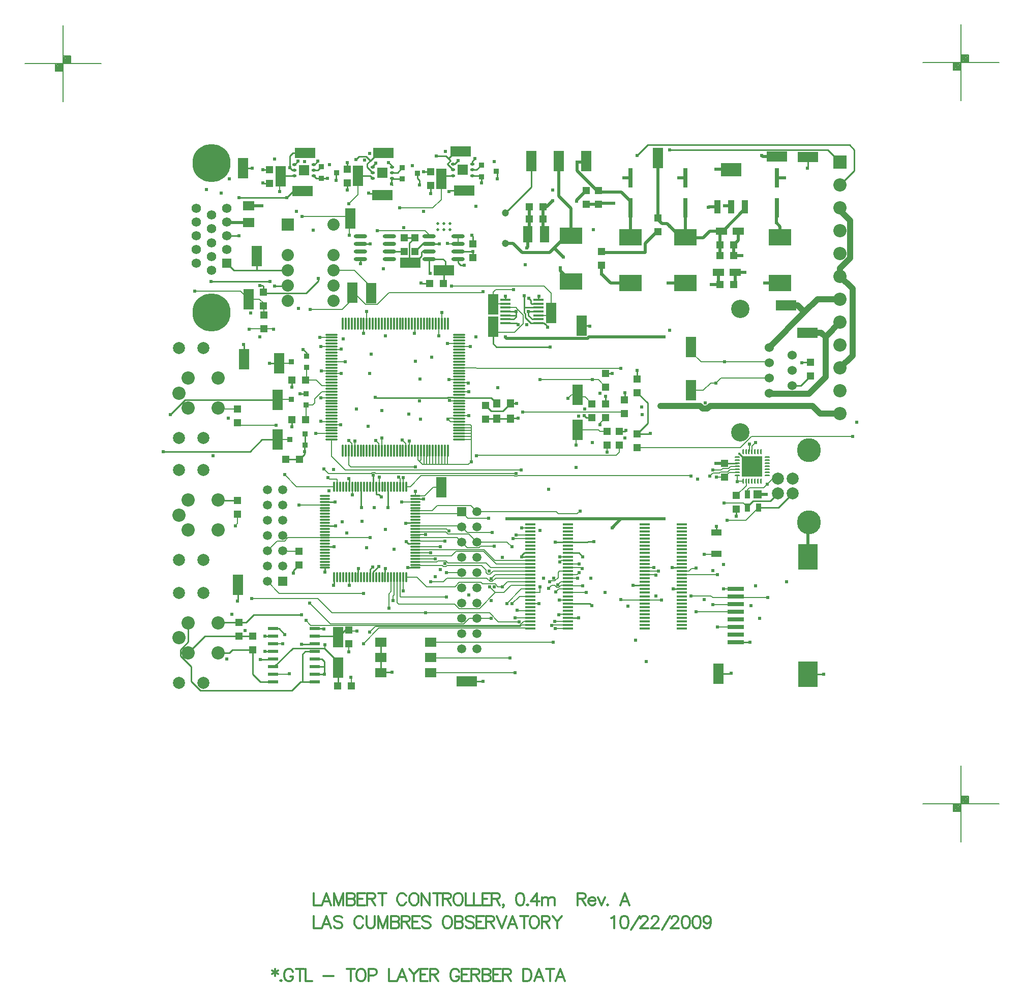
<source format=gtl>
%FSLAX23Y23*%
%MOIN*%
G70*
G01*
G75*
G04 Layer_Physical_Order=1*
G04 Layer_Color=255*
%ADD10R,0.050X0.050*%
%ADD11R,0.035X0.053*%
%ADD12R,0.053X0.053*%
%ADD13R,0.050X0.050*%
%ADD14R,0.070X0.135*%
%ADD15O,0.087X0.024*%
%ADD16R,0.135X0.070*%
%ADD17R,0.030X0.125*%
%ADD18R,0.078X0.048*%
%ADD19R,0.067X0.040*%
%ADD20R,0.037X0.035*%
%ADD21R,0.037X0.035*%
%ADD22R,0.065X0.012*%
%ADD23R,0.065X0.024*%
%ADD24R,0.075X0.063*%
%ADD25R,0.063X0.106*%
%ADD26R,0.150X0.110*%
%ADD27O,0.028X0.018*%
%ADD28R,0.067X0.067*%
%ADD29R,0.125X0.170*%
%ADD30R,0.110X0.030*%
%ADD31R,0.067X0.014*%
%ADD32O,0.083X0.012*%
%ADD33O,0.012X0.083*%
%ADD34R,0.138X0.085*%
%ADD35R,0.043X0.085*%
%ADD36R,0.043X0.085*%
%ADD37R,0.047X0.055*%
%ADD38O,0.012X0.071*%
%ADD39O,0.071X0.012*%
%ADD40R,0.075X0.059*%
%ADD41R,0.017X0.017*%
%ADD42R,0.134X0.134*%
%ADD43O,0.010X0.035*%
%ADD44O,0.035X0.010*%
%ADD45C,0.005*%
%ADD46C,0.010*%
%ADD47C,0.040*%
%ADD48C,0.020*%
%ADD49C,0.012*%
%ADD50C,0.008*%
%ADD51C,0.012*%
%ADD52C,0.012*%
%ADD53C,0.120*%
%ADD54C,0.060*%
%ADD55C,0.079*%
%ADD56C,0.087*%
%ADD57C,0.020*%
%ADD58C,0.059*%
%ADD59R,0.059X0.059*%
%ADD60C,0.080*%
%ADD61R,0.080X0.080*%
%ADD62C,0.157*%
%ADD63C,0.047*%
%ADD64R,0.087X0.087*%
%ADD65C,0.250*%
%ADD66R,0.062X0.062*%
%ADD67C,0.062*%
%ADD68C,0.030*%
%ADD69C,0.024*%
%ADD70C,0.028*%
D10*
X19773Y13240D02*
D03*
Y13150D02*
D03*
X20596Y12750D02*
D03*
Y12660D02*
D03*
X20216Y12700D02*
D03*
Y12790D02*
D03*
X20146D02*
D03*
Y12700D02*
D03*
X21441Y12699D02*
D03*
Y12609D02*
D03*
X22810Y11973D02*
D03*
Y11883D02*
D03*
X19055Y11576D02*
D03*
Y11666D02*
D03*
X21341Y13009D02*
D03*
Y13099D02*
D03*
X19785Y10216D02*
D03*
Y10126D02*
D03*
X21478Y11521D02*
D03*
Y11431D02*
D03*
X22247Y11310D02*
D03*
Y11220D02*
D03*
X21811Y12829D02*
D03*
Y12919D02*
D03*
X21421Y13099D02*
D03*
Y13009D02*
D03*
X19226Y12193D02*
D03*
Y12283D02*
D03*
X21468Y11701D02*
D03*
Y11611D02*
D03*
X21558Y11431D02*
D03*
Y11521D02*
D03*
X21675Y11774D02*
D03*
Y11864D02*
D03*
X21591Y11636D02*
D03*
Y11726D02*
D03*
X21378Y11611D02*
D03*
Y11701D02*
D03*
X21675Y11504D02*
D03*
Y11414D02*
D03*
X19263Y13238D02*
D03*
Y13148D02*
D03*
X20320Y13224D02*
D03*
Y13134D02*
D03*
X19224Y12433D02*
D03*
Y12343D02*
D03*
X20679Y11601D02*
D03*
Y11691D02*
D03*
X21468Y11811D02*
D03*
Y11901D02*
D03*
X19055Y10976D02*
D03*
Y11066D02*
D03*
X19155Y10176D02*
D03*
Y10086D02*
D03*
X19065Y10176D02*
D03*
Y10266D02*
D03*
X22325Y11009D02*
D03*
Y11099D02*
D03*
X19456Y10642D02*
D03*
Y10732D02*
D03*
D11*
X22397Y11106D02*
D03*
Y11020D02*
D03*
X22471D02*
D03*
D12*
X22464Y11106D02*
D03*
D13*
X19372Y11337D02*
D03*
X19462D02*
D03*
X19412Y11597D02*
D03*
X19502D02*
D03*
X19412Y11857D02*
D03*
X19502D02*
D03*
X22306Y12484D02*
D03*
X22216D02*
D03*
Y12744D02*
D03*
X22306D02*
D03*
X22216Y12674D02*
D03*
X22306D02*
D03*
X21056Y12914D02*
D03*
X20966D02*
D03*
X21056Y12994D02*
D03*
X20966D02*
D03*
X19710Y9851D02*
D03*
X19800D02*
D03*
X20405Y12491D02*
D03*
X20315D02*
D03*
D14*
X19317Y11467D02*
D03*
X19327Y11967D02*
D03*
X19317Y11727D02*
D03*
X21110Y12298D02*
D03*
X19807Y12429D02*
D03*
X19932Y12427D02*
D03*
X19056Y10512D02*
D03*
X19091Y13245D02*
D03*
X21309Y12213D02*
D03*
X22208Y9930D02*
D03*
X22028Y12074D02*
D03*
Y11789D02*
D03*
X19715Y10171D02*
D03*
X21161Y13294D02*
D03*
X21341D02*
D03*
X20981D02*
D03*
X19715Y9971D02*
D03*
X21285Y11529D02*
D03*
Y11759D02*
D03*
X19337Y13194D02*
D03*
X19843Y13196D02*
D03*
X20391Y13178D02*
D03*
X19128Y12388D02*
D03*
X20729Y12207D02*
D03*
X20731Y12353D02*
D03*
X20392Y11152D02*
D03*
X19793Y12915D02*
D03*
X21811Y13314D02*
D03*
X19182Y12669D02*
D03*
X19096Y11994D02*
D03*
D15*
X20051Y12650D02*
D03*
Y12700D02*
D03*
Y12750D02*
D03*
Y12800D02*
D03*
X19862Y12650D02*
D03*
Y12700D02*
D03*
Y12750D02*
D03*
Y12800D02*
D03*
X20501Y12650D02*
D03*
Y12700D02*
D03*
Y12750D02*
D03*
Y12800D02*
D03*
X20312Y12650D02*
D03*
Y12700D02*
D03*
Y12750D02*
D03*
Y12800D02*
D03*
D16*
X20406Y12575D02*
D03*
X20186Y12625D02*
D03*
X19496Y13346D02*
D03*
X22794Y13319D02*
D03*
X22790Y12167D02*
D03*
X19482Y13097D02*
D03*
X20004Y13070D02*
D03*
X20542Y13100D02*
D03*
X20518Y13356D02*
D03*
X20009Y13348D02*
D03*
X22591Y13324D02*
D03*
X22650Y12346D02*
D03*
X20557Y9880D02*
D03*
D17*
X21991Y12986D02*
D03*
Y13182D02*
D03*
X21631Y12986D02*
D03*
Y13182D02*
D03*
X22591Y12986D02*
D03*
Y13182D02*
D03*
D18*
X22316Y12564D02*
D03*
X22206D02*
D03*
X22226Y12834D02*
D03*
X22336D02*
D03*
D19*
X22194Y10857D02*
D03*
Y10715D02*
D03*
D20*
X19703Y13218D02*
D03*
X19605Y13255D02*
D03*
X20751Y13228D02*
D03*
X20653Y13265D02*
D03*
X19408Y11977D02*
D03*
X19506Y11940D02*
D03*
X20233Y13213D02*
D03*
X20135Y13250D02*
D03*
X19406Y11730D02*
D03*
X19504Y11693D02*
D03*
X19398Y11467D02*
D03*
X19496Y11430D02*
D03*
D21*
X19605Y13180D02*
D03*
X20653Y13191D02*
D03*
X19506Y12014D02*
D03*
X20135Y13176D02*
D03*
X19504Y11767D02*
D03*
X19496Y11504D02*
D03*
D22*
X20810Y12383D02*
D03*
Y12357D02*
D03*
Y12332D02*
D03*
Y12306D02*
D03*
Y12280D02*
D03*
Y12255D02*
D03*
Y12229D02*
D03*
X21028Y12383D02*
D03*
Y12357D02*
D03*
Y12332D02*
D03*
Y12306D02*
D03*
Y12280D02*
D03*
Y12255D02*
D03*
Y12229D02*
D03*
D23*
X19562Y9876D02*
D03*
Y9926D02*
D03*
Y9976D02*
D03*
Y10026D02*
D03*
Y10076D02*
D03*
Y10126D02*
D03*
Y10176D02*
D03*
Y10226D02*
D03*
X19288Y9876D02*
D03*
Y9926D02*
D03*
Y9976D02*
D03*
Y10026D02*
D03*
Y10076D02*
D03*
Y10126D02*
D03*
Y10176D02*
D03*
Y10226D02*
D03*
D24*
X19128Y13001D02*
D03*
Y12891D02*
D03*
D25*
X20956Y12814D02*
D03*
X21066D02*
D03*
D26*
X21241Y12804D02*
D03*
Y12504D02*
D03*
X22611Y12794D02*
D03*
Y12494D02*
D03*
X21991Y12794D02*
D03*
Y12494D02*
D03*
X21631Y12794D02*
D03*
Y12494D02*
D03*
D27*
X19427Y13271D02*
D03*
Y13234D02*
D03*
Y13196D02*
D03*
X19553D02*
D03*
Y13234D02*
D03*
Y13271D02*
D03*
X19940Y13254D02*
D03*
Y13217D02*
D03*
Y13180D02*
D03*
X20066D02*
D03*
Y13217D02*
D03*
Y13254D02*
D03*
X20468Y13272D02*
D03*
Y13235D02*
D03*
Y13198D02*
D03*
X20594D02*
D03*
Y13235D02*
D03*
Y13272D02*
D03*
D28*
X19490Y13234D02*
D03*
X20003Y13217D02*
D03*
X20531Y13235D02*
D03*
D29*
X22795Y9926D02*
D03*
Y10696D02*
D03*
D30*
X22320Y10136D02*
D03*
Y10186D02*
D03*
Y10236D02*
D03*
Y10286D02*
D03*
Y10336D02*
D03*
Y10386D02*
D03*
Y10436D02*
D03*
Y10486D02*
D03*
D31*
X20975Y10911D02*
D03*
Y10887D02*
D03*
Y10863D02*
D03*
Y10840D02*
D03*
Y10816D02*
D03*
Y10792D02*
D03*
Y10769D02*
D03*
Y10745D02*
D03*
Y10722D02*
D03*
Y10698D02*
D03*
Y10674D02*
D03*
Y10651D02*
D03*
Y10627D02*
D03*
Y10603D02*
D03*
Y10580D02*
D03*
Y10556D02*
D03*
Y10533D02*
D03*
Y10509D02*
D03*
Y10485D02*
D03*
Y10462D02*
D03*
Y10438D02*
D03*
Y10414D02*
D03*
Y10391D02*
D03*
Y10367D02*
D03*
Y10344D02*
D03*
Y10320D02*
D03*
Y10296D02*
D03*
Y10273D02*
D03*
Y10249D02*
D03*
Y10225D02*
D03*
X21219D02*
D03*
Y10249D02*
D03*
Y10273D02*
D03*
Y10296D02*
D03*
Y10320D02*
D03*
Y10344D02*
D03*
Y10367D02*
D03*
Y10391D02*
D03*
Y10414D02*
D03*
Y10438D02*
D03*
Y10462D02*
D03*
Y10485D02*
D03*
Y10509D02*
D03*
Y10533D02*
D03*
Y10556D02*
D03*
Y10580D02*
D03*
Y10603D02*
D03*
Y10627D02*
D03*
Y10651D02*
D03*
Y10674D02*
D03*
Y10698D02*
D03*
Y10722D02*
D03*
Y10745D02*
D03*
Y10769D02*
D03*
Y10792D02*
D03*
Y10816D02*
D03*
Y10840D02*
D03*
Y10863D02*
D03*
Y10887D02*
D03*
Y10911D02*
D03*
X21723Y10225D02*
D03*
X21967Y10911D02*
D03*
Y10887D02*
D03*
Y10863D02*
D03*
Y10840D02*
D03*
Y10816D02*
D03*
Y10792D02*
D03*
Y10769D02*
D03*
Y10745D02*
D03*
Y10722D02*
D03*
Y10698D02*
D03*
Y10674D02*
D03*
Y10651D02*
D03*
Y10627D02*
D03*
Y10603D02*
D03*
Y10580D02*
D03*
Y10556D02*
D03*
Y10533D02*
D03*
Y10509D02*
D03*
Y10485D02*
D03*
Y10462D02*
D03*
Y10438D02*
D03*
Y10414D02*
D03*
Y10391D02*
D03*
Y10367D02*
D03*
Y10344D02*
D03*
Y10320D02*
D03*
Y10296D02*
D03*
Y10273D02*
D03*
Y10249D02*
D03*
Y10225D02*
D03*
X21723Y10249D02*
D03*
Y10273D02*
D03*
Y10296D02*
D03*
Y10320D02*
D03*
Y10344D02*
D03*
Y10367D02*
D03*
Y10391D02*
D03*
Y10414D02*
D03*
Y10438D02*
D03*
Y10462D02*
D03*
Y10485D02*
D03*
Y10509D02*
D03*
Y10533D02*
D03*
Y10556D02*
D03*
Y10580D02*
D03*
Y10603D02*
D03*
Y10627D02*
D03*
Y10651D02*
D03*
Y10674D02*
D03*
Y10698D02*
D03*
Y10722D02*
D03*
Y10745D02*
D03*
Y10769D02*
D03*
Y10792D02*
D03*
Y10816D02*
D03*
Y10840D02*
D03*
Y10863D02*
D03*
Y10887D02*
D03*
Y10911D02*
D03*
D32*
X20506Y12154D02*
D03*
Y12135D02*
D03*
Y12115D02*
D03*
Y12095D02*
D03*
Y12076D02*
D03*
Y12056D02*
D03*
Y12036D02*
D03*
Y12017D02*
D03*
Y11997D02*
D03*
Y11977D02*
D03*
Y11958D02*
D03*
Y11938D02*
D03*
Y11918D02*
D03*
Y11899D02*
D03*
Y11879D02*
D03*
Y11859D02*
D03*
Y11840D02*
D03*
Y11820D02*
D03*
Y11800D02*
D03*
Y11780D02*
D03*
Y11761D02*
D03*
Y11741D02*
D03*
Y11721D02*
D03*
Y11702D02*
D03*
Y11682D02*
D03*
Y11662D02*
D03*
Y11643D02*
D03*
Y11623D02*
D03*
Y11603D02*
D03*
Y11584D02*
D03*
Y11564D02*
D03*
Y11544D02*
D03*
Y11525D02*
D03*
Y11505D02*
D03*
Y11485D02*
D03*
Y11466D02*
D03*
X19672D02*
D03*
Y11485D02*
D03*
Y11505D02*
D03*
Y11525D02*
D03*
Y11544D02*
D03*
Y11564D02*
D03*
Y11584D02*
D03*
Y11603D02*
D03*
Y11623D02*
D03*
Y11643D02*
D03*
Y11662D02*
D03*
Y11682D02*
D03*
Y11702D02*
D03*
Y11721D02*
D03*
Y11741D02*
D03*
Y11761D02*
D03*
Y11780D02*
D03*
Y11800D02*
D03*
Y11820D02*
D03*
Y11840D02*
D03*
Y11859D02*
D03*
Y11879D02*
D03*
Y11899D02*
D03*
Y11918D02*
D03*
Y11938D02*
D03*
Y11958D02*
D03*
Y11977D02*
D03*
Y11997D02*
D03*
Y12017D02*
D03*
Y12036D02*
D03*
Y12056D02*
D03*
Y12076D02*
D03*
Y12095D02*
D03*
Y12115D02*
D03*
Y12135D02*
D03*
Y12154D02*
D03*
D33*
X20433Y11393D02*
D03*
X20414D02*
D03*
X20394D02*
D03*
X20374D02*
D03*
X20355D02*
D03*
X20335D02*
D03*
X20315D02*
D03*
X20296D02*
D03*
X20276D02*
D03*
X20256D02*
D03*
X20237D02*
D03*
X20217D02*
D03*
X20197D02*
D03*
X20178D02*
D03*
X20158D02*
D03*
X20138D02*
D03*
X20119D02*
D03*
X20099D02*
D03*
X20079D02*
D03*
X20059D02*
D03*
X20040D02*
D03*
X20020D02*
D03*
X20000D02*
D03*
X19981D02*
D03*
X19961D02*
D03*
X19941D02*
D03*
X19922D02*
D03*
X19902D02*
D03*
X19882D02*
D03*
X19863D02*
D03*
X19843D02*
D03*
X19823D02*
D03*
X19804D02*
D03*
X19784D02*
D03*
X19764D02*
D03*
X19745D02*
D03*
Y12227D02*
D03*
X19764D02*
D03*
X19784D02*
D03*
X19804D02*
D03*
X19823D02*
D03*
X19843D02*
D03*
X19863D02*
D03*
X19882D02*
D03*
X19902D02*
D03*
X19922D02*
D03*
X19941D02*
D03*
X19961D02*
D03*
X19981D02*
D03*
X20000D02*
D03*
X20020D02*
D03*
X20040D02*
D03*
X20059D02*
D03*
X20079D02*
D03*
X20099D02*
D03*
X20119D02*
D03*
X20138D02*
D03*
X20158D02*
D03*
X20178D02*
D03*
X20197D02*
D03*
X20217D02*
D03*
X20237D02*
D03*
X20256D02*
D03*
X20276D02*
D03*
X20296D02*
D03*
X20315D02*
D03*
X20335D02*
D03*
X20355D02*
D03*
X20374D02*
D03*
X20394D02*
D03*
X20414D02*
D03*
X20433D02*
D03*
D34*
X22291Y13236D02*
D03*
D35*
X22382Y12992D02*
D03*
X22200D02*
D03*
D36*
X22291D02*
D03*
D37*
X20843Y11704D02*
D03*
X20753D02*
D03*
Y11604D02*
D03*
X20843D02*
D03*
D38*
X19688Y11158D02*
D03*
X19707D02*
D03*
X19727D02*
D03*
X19747D02*
D03*
X19767D02*
D03*
X19786D02*
D03*
X19806D02*
D03*
X19826D02*
D03*
X19845D02*
D03*
X19865D02*
D03*
X19885D02*
D03*
X19904D02*
D03*
X19924D02*
D03*
X19944D02*
D03*
X19963D02*
D03*
X19983D02*
D03*
X20003D02*
D03*
X20022D02*
D03*
X20042D02*
D03*
X20062D02*
D03*
X20081D02*
D03*
X20101D02*
D03*
X20121D02*
D03*
X20141D02*
D03*
X20160D02*
D03*
Y10564D02*
D03*
X20141D02*
D03*
X20121D02*
D03*
X20101D02*
D03*
X20081D02*
D03*
X20062D02*
D03*
X20042D02*
D03*
X20022D02*
D03*
X20003D02*
D03*
X19983D02*
D03*
X19963D02*
D03*
X19944D02*
D03*
X19924D02*
D03*
X19904D02*
D03*
X19885D02*
D03*
X19865D02*
D03*
X19845D02*
D03*
X19826D02*
D03*
X19806D02*
D03*
X19786D02*
D03*
X19767D02*
D03*
X19747D02*
D03*
X19727D02*
D03*
X19707D02*
D03*
X19688D02*
D03*
D39*
X20221Y11097D02*
D03*
Y11078D02*
D03*
Y11058D02*
D03*
Y11038D02*
D03*
Y11018D02*
D03*
Y10999D02*
D03*
Y10979D02*
D03*
Y10959D02*
D03*
Y10940D02*
D03*
Y10920D02*
D03*
Y10900D02*
D03*
Y10881D02*
D03*
Y10861D02*
D03*
Y10841D02*
D03*
Y10822D02*
D03*
Y10802D02*
D03*
Y10782D02*
D03*
Y10763D02*
D03*
Y10743D02*
D03*
Y10723D02*
D03*
Y10704D02*
D03*
Y10684D02*
D03*
Y10664D02*
D03*
Y10644D02*
D03*
Y10625D02*
D03*
X19627D02*
D03*
Y10644D02*
D03*
Y10664D02*
D03*
Y10684D02*
D03*
Y10704D02*
D03*
Y10723D02*
D03*
Y10743D02*
D03*
Y10763D02*
D03*
Y10782D02*
D03*
Y10802D02*
D03*
Y10822D02*
D03*
Y10841D02*
D03*
Y10861D02*
D03*
Y10881D02*
D03*
Y10900D02*
D03*
Y10920D02*
D03*
Y10940D02*
D03*
Y10959D02*
D03*
Y10979D02*
D03*
Y10999D02*
D03*
Y11018D02*
D03*
Y11038D02*
D03*
Y11058D02*
D03*
Y11078D02*
D03*
Y11097D02*
D03*
D40*
X20322Y9936D02*
D03*
Y10036D02*
D03*
Y10136D02*
D03*
X19994Y9936D02*
D03*
Y10036D02*
D03*
Y10136D02*
D03*
D41*
X22345Y11373D02*
D03*
D42*
X22428Y11290D02*
D03*
D43*
X22369Y11388D02*
D03*
X22389D02*
D03*
X22408D02*
D03*
X22428D02*
D03*
X22448D02*
D03*
X22467D02*
D03*
X22487D02*
D03*
Y11192D02*
D03*
X22467D02*
D03*
X22448D02*
D03*
X22428D02*
D03*
X22408D02*
D03*
X22389D02*
D03*
X22369D02*
D03*
D44*
X22526Y11349D02*
D03*
Y11329D02*
D03*
Y11310D02*
D03*
Y11290D02*
D03*
Y11270D02*
D03*
Y11251D02*
D03*
Y11231D02*
D03*
X22330D02*
D03*
Y11251D02*
D03*
Y11270D02*
D03*
Y11290D02*
D03*
Y11310D02*
D03*
Y11329D02*
D03*
Y11349D02*
D03*
D45*
X19055Y11576D02*
X19070Y11561D01*
X19308D01*
X21136Y10226D02*
X21137Y10225D01*
X21219D01*
X21113Y10248D02*
X21114Y10249D01*
X21219D01*
X20221Y10841D02*
X20222Y10842D01*
X20287D01*
Y10329D02*
X20706D01*
X19673D02*
X20287D01*
X19147Y10423D02*
X19579D01*
X19673Y10329D01*
X20765Y10270D02*
X20900D01*
X20706Y10329D02*
X20765Y10270D01*
X21135Y10272D02*
X21136Y10273D01*
X21219D01*
X20322Y10136D02*
X21124D01*
X21160Y10318D02*
X21162Y10320D01*
X21219D01*
X22410Y11390D02*
Y11435D01*
X19932Y12427D02*
Y12466D01*
X19822Y12576D02*
X19932Y12466D01*
X19684Y12576D02*
X19822D01*
X19527Y10393D02*
X19663Y10257D01*
X20538D01*
X20573Y10292D01*
X21164Y10414D02*
X21219D01*
X21431Y11574D02*
X21468Y11611D01*
X21431Y11562D02*
Y11574D01*
X21341Y10462D02*
X21341Y10462D01*
X21219Y10462D02*
X21341D01*
X20081Y10563D02*
X20081Y10564D01*
X20081Y10445D02*
Y10563D01*
X20075Y10439D02*
X20081Y10445D01*
X20075Y10410D02*
Y10439D01*
X21142Y10467D02*
X21160Y10485D01*
X21219D01*
Y10509D02*
X21220Y10508D01*
X21318D01*
X21094Y10490D02*
X21113Y10509D01*
X21133D01*
X21146Y10495D01*
X21162D01*
X21175Y10509D01*
X21219D01*
X20121Y10437D02*
Y10564D01*
Y10437D02*
X20125Y10433D01*
X20425D01*
X20424Y10592D02*
X20425Y10593D01*
X20523D01*
X21154Y10514D02*
X21173Y10533D01*
X21219D01*
X20494Y10822D02*
X20523Y10793D01*
X20221Y10822D02*
X20494D01*
X20523Y10793D02*
X20559Y10757D01*
X20638D01*
X20648Y10767D01*
X20736D01*
X20221Y10979D02*
X20537D01*
X20565Y10951D01*
X20702D01*
X20140Y10563D02*
X20141Y10564D01*
X20140Y10473D02*
Y10563D01*
X20223Y10682D02*
X20352D01*
X20221Y10763D02*
X20222Y10762D01*
X20385D01*
X21293Y10651D02*
X21294Y10650D01*
X21219Y10651D02*
X21293D01*
X20221Y10802D02*
X20223Y10800D01*
X20413D01*
X21167Y10663D02*
Y10666D01*
X21175Y10674D01*
X21219D01*
X22060Y10336D02*
X22320D01*
X22059Y10621D02*
X22060Y10622D01*
X22032Y10621D02*
X22059D01*
X22014Y10603D02*
X22032Y10621D01*
X21967Y10603D02*
X22014D01*
X22319Y10485D02*
X22320Y10486D01*
X22241Y10485D02*
X22319D01*
X21784Y10627D02*
X21785Y10628D01*
X21723Y10627D02*
X21784D01*
X22318Y10384D02*
X22320Y10386D01*
X22171Y10384D02*
X22318D01*
X21723Y10603D02*
X21813D01*
X22027Y10440D02*
X22158D01*
X22313Y10429D02*
X22320Y10436D01*
X22169Y10429D02*
X22313D01*
X22158Y10440D02*
X22169Y10429D01*
X21794Y10580D02*
X21796Y10578D01*
X21723Y10580D02*
X21794D01*
X20618Y11938D02*
X20623Y11933D01*
X20634D02*
X21568D01*
X20623D02*
X20634D01*
X20506Y11938D02*
X20618D01*
X21568Y10415D02*
X21569Y10414D01*
X21723D01*
X22199Y10237D02*
X22319D01*
X22199Y10580D02*
X22200Y10581D01*
X21967Y10580D02*
X22199D01*
X22114Y10712D02*
X22191D01*
X21773Y10414D02*
X21773Y10414D01*
X21723Y10414D02*
X21773D01*
X20862Y10815D02*
X20863Y10816D01*
X20975D01*
X21166Y10698D02*
X21166Y10698D01*
X21219D01*
X21478Y11382D02*
X21478Y11382D01*
Y11431D01*
X19502Y11597D02*
X19504Y11599D01*
Y11693D01*
X19548D01*
X19562Y11707D01*
Y11734D01*
X19608Y11780D01*
X19672D01*
X19511Y11856D02*
X19571D01*
X19607Y11820D01*
X19672D01*
X19506Y11861D02*
Y11940D01*
X19599Y11586D02*
X19601Y11584D01*
X19672D01*
X19602Y11741D02*
X19602Y11741D01*
X19672D01*
X19604Y11917D02*
X19605Y11918D01*
X19672D01*
X19599Y12076D02*
X19599Y12076D01*
X19672D01*
X19901Y12306D02*
X19902Y12305D01*
Y12227D02*
Y12305D01*
X20393Y12301D02*
X20394Y12300D01*
Y12227D02*
Y12300D01*
X20579Y12076D02*
X20579Y12076D01*
X20506Y12076D02*
X20579D01*
X20566Y11840D02*
X20568Y11838D01*
X20506Y11840D02*
X20566D01*
X20571Y11780D02*
X20572Y11781D01*
X20506Y11780D02*
X20571D01*
X20570Y11623D02*
X20570Y11623D01*
X20506Y11623D02*
X20570D01*
X20498Y11544D02*
X20588D01*
X20497Y11525D02*
X20587D01*
X20498Y11505D02*
X20588D01*
X20496Y11485D02*
X20586D01*
X20497Y11466D02*
X20587D01*
X20432Y11304D02*
Y11394D01*
X20413Y11304D02*
Y11394D01*
X20393Y11304D02*
Y11394D01*
X20374Y11304D02*
Y11394D01*
X20354Y11303D02*
Y11393D01*
X20335Y11304D02*
Y11394D01*
X20314Y11304D02*
Y11394D01*
X20295Y11303D02*
Y11393D01*
X20266Y11303D02*
X20568D01*
X20276Y11303D02*
Y11393D01*
X20247Y11323D02*
X20266Y11303D01*
X20237Y11332D02*
X20247Y11323D01*
X20256Y11332D01*
Y11393D01*
X20237Y11332D02*
Y11393D01*
X20568Y11303D02*
X20586Y11321D01*
X20588Y11323D01*
Y11555D01*
X20579Y11564D02*
X20588Y11555D01*
X20506Y11564D02*
X20579D01*
X20433Y11393D02*
X20435Y11394D01*
X20135Y11463D02*
X20158Y11440D01*
Y11393D02*
Y11440D01*
X20158Y11393D02*
X20158Y11393D01*
X19961Y11459D02*
X19981Y11439D01*
Y11393D02*
Y11439D01*
X19785Y11459D02*
X19804Y11440D01*
Y11393D02*
Y11440D01*
X19824Y11393D02*
Y11456D01*
X19823Y11393D02*
X19824Y11393D01*
X19731Y11564D02*
X19731Y11564D01*
X19672Y11564D02*
X19731D01*
X19733Y11899D02*
X19734Y11900D01*
X19672Y11899D02*
X19733D01*
X19732Y12056D02*
X19735Y12059D01*
X19672Y12056D02*
X19732D01*
X19881Y12164D02*
X19882Y12165D01*
Y12227D01*
X20215Y12162D02*
X20217Y12164D01*
Y12227D01*
X20374Y12148D02*
Y12227D01*
Y12148D02*
X20375Y12147D01*
X20432Y12095D02*
X20432Y12095D01*
X20506D01*
X20440Y11860D02*
X20441Y11859D01*
X20506D01*
X20443Y11722D02*
X20444Y11721D01*
X20506D01*
X20434Y11600D02*
X20450Y11584D01*
X20506D01*
X20444Y11605D02*
X20505D01*
X20439Y11600D02*
X20444Y11605D01*
X20434Y11600D02*
X20439D01*
X20179Y11394D02*
Y11455D01*
X19999Y11450D02*
Y11475D01*
X20000Y11393D02*
Y11449D01*
X19800Y9851D02*
Y9906D01*
X19798Y9908D02*
X19800Y9906D01*
X19785Y10075D02*
Y10126D01*
X19784Y10074D02*
X19785Y10075D01*
X20918Y10887D02*
X20975D01*
X20917Y10886D02*
X20918Y10887D01*
X19672Y11355D02*
X19762Y11265D01*
X19672Y11355D02*
Y11466D01*
X19762Y11265D02*
X20914D01*
X20880Y10840D02*
X20975D01*
X20880Y10840D02*
X20880Y10840D01*
X19953Y11250D02*
X19959Y11244D01*
X19937Y11250D02*
X19953D01*
X19931Y11244D02*
X19937Y11250D01*
X19650Y11244D02*
X19931D01*
X19620Y11274D02*
X19650Y11244D01*
X19568Y11505D02*
X19672D01*
X19959Y11244D02*
X20880D01*
X20739Y10674D02*
X20975D01*
X20670Y10743D02*
X20739Y10674D01*
X20221Y10743D02*
X20670D01*
X20715Y10627D02*
X20975D01*
X20685Y10657D02*
X20715Y10627D01*
X20222Y10663D02*
X20360D01*
X20434Y10657D02*
X20685D01*
X20421Y10670D02*
X20434Y10657D01*
X20367Y10670D02*
X20421D01*
X20360Y10663D02*
X20367Y10670D01*
X20221Y10664D02*
X20222Y10663D01*
X20731Y10603D02*
X20975D01*
X20711Y10583D02*
X20731Y10603D01*
X20695Y10583D02*
X20711D01*
X20684Y10594D02*
X20695Y10583D01*
X20684Y10594D02*
Y10609D01*
X20653Y10641D02*
X20684Y10609D01*
X20428Y10641D02*
X20653D01*
X20421Y10634D02*
X20428Y10641D01*
X20405Y10634D02*
X20421D01*
X20398Y10641D02*
X20405Y10634D01*
X20225Y10641D02*
X20398D01*
X20221Y10644D02*
X20225Y10641D01*
X20745Y10580D02*
X20975D01*
X20718Y10553D02*
X20745Y10580D01*
X20717Y10553D02*
X20718D01*
X20723Y10857D02*
X20723Y10857D01*
X20559Y10857D02*
X20723D01*
X20523Y10893D02*
X20559Y10857D01*
X20221Y10900D02*
X20516D01*
X20523Y10893D01*
X20746Y10556D02*
X20975D01*
X20725Y10535D02*
X20746Y10556D01*
X20709Y10535D02*
X20725D01*
X20688Y10556D02*
X20709Y10535D01*
X20427Y10556D02*
X20688D01*
X20403Y10532D02*
X20427Y10556D01*
X20319Y10532D02*
X20403D01*
X20221Y10704D02*
X20458D01*
X20488Y10734D01*
X20666D01*
X20750Y10651D01*
X20975D01*
X20222Y10724D02*
X20319D01*
X20221Y10723D02*
X20222Y10724D01*
X20823Y10533D02*
X20975D01*
X20791Y10501D02*
X20823Y10533D01*
X20744Y10519D02*
X20761Y10501D01*
X20659Y10519D02*
X20744D01*
X20649Y10529D02*
X20659Y10519D01*
X20508Y10529D02*
X20649D01*
X20480Y10501D02*
X20508Y10529D01*
X20293Y10501D02*
X20480D01*
X20230Y10564D02*
X20293Y10501D01*
X20160Y10564D02*
X20230D01*
X20761Y10501D02*
X20791D01*
X20847Y10509D02*
X20975D01*
X20801Y10463D02*
X20847Y10509D01*
X20745Y10463D02*
X20801D01*
X20708Y10500D02*
X20745Y10463D01*
X20477Y10388D02*
X20508Y10357D01*
X20639D01*
X20110Y10388D02*
X20477D01*
X20101Y10397D02*
X20110Y10388D01*
X20101Y10397D02*
Y10564D01*
X20639Y10357D02*
X20745Y10463D01*
X20913Y10485D02*
X20975D01*
X20819Y10391D02*
X20913Y10485D01*
X20047Y10360D02*
Y10454D01*
X20062Y10469D01*
Y10564D01*
X20975Y10462D02*
X21037D01*
X21038Y10463D01*
Y10500D01*
X20425Y10881D02*
X20441Y10865D01*
X20221Y10881D02*
X20425D01*
X20903Y10438D02*
X20975D01*
X20854Y10389D02*
X20903Y10438D01*
X20822Y10793D02*
X20853Y10762D01*
X20623Y10793D02*
X20822D01*
X20569Y10847D02*
X20623Y10793D01*
X20433Y10847D02*
X20569D01*
X20419Y10861D02*
X20433Y10847D01*
X20221Y10861D02*
X20419D01*
X20975Y10391D02*
X21030D01*
X21030Y10391D01*
X22428Y11424D02*
X22451Y11447D01*
X22428Y11388D02*
Y11424D01*
X20887Y10344D02*
X20975D01*
X20886Y10345D02*
X20887Y10344D01*
X20324Y10033D02*
X20840D01*
X20322Y10036D02*
X20324Y10033D01*
X20873Y10296D02*
X20975D01*
X20873Y10296D02*
X20873Y10296D01*
X20323Y9935D02*
X20873D01*
X20904Y10248D02*
X20929Y10273D01*
X19534Y10248D02*
X20904D01*
X19503Y10279D02*
X19534Y10248D01*
X19457Y11038D02*
X19627D01*
X19627Y11038D01*
X20929Y10273D02*
X20975D01*
X20918Y10249D02*
X20975D01*
X20908Y10239D02*
X20918Y10249D01*
X19957Y10239D02*
X20908D01*
X19921Y10203D02*
X19957Y10239D01*
X19364Y10801D02*
X19385Y10822D01*
X19313Y10801D02*
X19364D01*
X19249Y10737D02*
X19313Y10801D01*
X19385Y10822D02*
X19923D01*
X20971Y10229D02*
X20975Y10225D01*
X19982Y10229D02*
X20971D01*
X19880Y10127D02*
X19982Y10229D01*
X19328Y10458D02*
X19880D01*
X19249Y10537D02*
X19328Y10458D01*
X20747Y12450D02*
X20865D01*
X20731Y12434D02*
X20747Y12450D01*
X20731Y12353D02*
Y12434D01*
Y12353D02*
X20735Y12357D01*
X20810D01*
X21420Y11859D02*
X21468Y11811D01*
X21038Y11859D02*
X21380D01*
X21420D01*
X20623Y10993D02*
X21143D01*
X21157Y10979D01*
X21281D01*
X21299Y10996D01*
X20583Y11033D02*
X20623Y10993D01*
X20364Y11033D02*
X20583D01*
X20330Y10999D02*
X20364Y11033D01*
X20221Y10999D02*
X20330D01*
X22325Y10431D02*
X22530D01*
X22320Y10436D02*
X22325Y10431D01*
X22389Y11163D02*
Y11192D01*
X22325Y11099D02*
X22389Y11163D01*
X22564Y11210D02*
X22596D01*
X22410Y11151D02*
X22505D01*
X22397Y11138D02*
X22410Y11151D01*
X22397Y11106D02*
Y11138D01*
X22528Y11174D02*
X22564Y11210D01*
X22330Y11231D02*
X22330Y11231D01*
X22505Y11151D02*
X22528Y11174D01*
X22330Y11191D02*
X22330Y11191D01*
X22330Y11191D02*
Y11231D01*
X22330Y11192D02*
X22369D01*
X22278Y11251D02*
X22330D01*
X22247Y11220D02*
X22278Y11251D01*
X22196Y11220D02*
X22247D01*
X22195Y11221D02*
X22196Y11220D01*
X22286Y11290D02*
X22330D01*
X22275Y11278D02*
X22286Y11290D01*
X22237Y11278D02*
X22275D01*
X22225Y11266D02*
X22237Y11278D01*
X22170Y11266D02*
X22225D01*
X22265Y10936D02*
X22388D01*
X22471Y11020D01*
X22285Y11270D02*
X22330D01*
X22266Y11252D02*
X22285Y11270D01*
X22219Y11252D02*
X22266D01*
X22215Y11248D02*
X22219Y11252D01*
X22171Y11248D02*
X22215D01*
X22150Y11226D02*
X22171Y11248D01*
X22245Y11051D02*
X22371D01*
X22397Y11026D01*
X19288Y9926D02*
X19390D01*
X19395Y9931D01*
X19288Y10126D02*
X19350D01*
X19055Y10916D02*
Y10976D01*
X19040Y10901D02*
X19055Y10916D01*
X19354Y10732D02*
X19456D01*
X19349Y10737D02*
X19354Y10732D01*
X20130Y11056D02*
X20219D01*
X20221Y11058D01*
X19317Y11467D02*
X19398D01*
X18935Y11666D02*
X19055D01*
X18928Y11673D02*
X18935Y11666D01*
X19320Y11730D02*
X19406D01*
X19398Y11967D02*
X19408Y11977D01*
X19132Y12193D02*
X19226D01*
X19130Y12191D02*
X19132Y12193D01*
X19198Y12388D02*
X19226Y12360D01*
X19128Y12388D02*
X19198D01*
X19226Y12283D02*
Y12360D01*
X18775Y12441D02*
X19075D01*
X19128Y12388D01*
X19226Y12193D02*
X19288D01*
X19290Y12191D01*
X19970Y12836D02*
X20285D01*
X20312Y12809D01*
Y12800D02*
Y12809D01*
X20573Y10292D02*
X20717D01*
X19530Y12321D02*
X19740D01*
X19807Y12388D01*
Y12429D01*
X19818D01*
X19894Y12353D01*
X19970D01*
X20046Y12429D01*
X20658D01*
X20665Y12436D01*
X20221Y11097D02*
X20281D01*
X20336Y11152D01*
X20392D01*
X20221Y11097D02*
Y11126D01*
X20221Y11126D02*
X20221Y11126D01*
X19798Y11286D02*
X20220D01*
X19784Y11300D02*
X19798Y11286D01*
X19784Y11300D02*
Y11393D01*
X20160Y11158D02*
X20186D01*
X20257Y11229D01*
X20869D01*
X20872Y11226D01*
X20888D01*
X20891Y11229D01*
X22025D01*
X22026Y11228D01*
X22191Y11837D02*
X22223Y11869D01*
X22539D01*
X22156Y11837D02*
X22191D01*
X22108Y11789D02*
X22156Y11837D01*
X22028Y11789D02*
X22108D01*
X20141Y11158D02*
Y11217D01*
X20141Y11217D01*
X22247Y11976D02*
X22532D01*
X22028Y12041D02*
Y12074D01*
Y12041D02*
X22093Y11976D01*
X22247D01*
X20121Y11158D02*
Y11209D01*
X20111Y11219D02*
X20121Y11209D01*
X20116Y12985D02*
X20335D01*
X20391Y13041D01*
Y13178D01*
X19983Y11158D02*
Y11218D01*
X19984Y11219D01*
X19784Y13014D02*
X19843Y13073D01*
Y13196D01*
X19806Y11104D02*
Y11158D01*
Y11104D02*
X19806Y11104D01*
X19788Y12806D02*
Y12910D01*
X19793Y12915D01*
X19777Y12931D02*
X19793Y12915D01*
X19476Y12931D02*
X19777D01*
X19707Y11158D02*
Y11207D01*
X19657D02*
X19707D01*
X19646Y11218D02*
X19657Y11207D01*
X19593Y12135D02*
X19671D01*
X19672Y12135D01*
X21273Y11429D02*
Y11517D01*
X21285Y11529D01*
X21421D01*
X21429Y11521D01*
X21478D01*
X19441Y11158D02*
X19688D01*
X19364Y11235D02*
X19441Y11158D01*
X19330Y13093D02*
Y13187D01*
X19337Y13194D01*
X19626Y10099D02*
Y10119D01*
X19624Y10097D02*
X19626Y10099D01*
X19786Y10510D02*
Y10564D01*
X19791Y10210D02*
X19837D01*
X19785Y10216D02*
X19791Y10210D01*
X21558Y11383D02*
Y11431D01*
X21538Y11363D02*
X21558Y11383D01*
X20624Y11363D02*
X21538D01*
X20620Y11359D02*
X20624Y11363D01*
X21675Y11414D02*
X22350D01*
X22424Y11488D02*
X23086D01*
X22350Y11414D02*
X22424Y11488D01*
X21579Y11648D02*
X21591Y11636D01*
X20923Y11648D02*
X21579D01*
X21298Y11746D02*
X21333D01*
X21285Y11759D02*
X21298Y11746D01*
X21245Y11759D02*
X21285D01*
X21221Y11735D02*
X21245Y11759D01*
X21333Y11746D02*
X21378Y11701D01*
X19673Y11976D02*
X19761D01*
X19672Y11977D02*
X19673Y11976D01*
X21092Y12280D02*
X21110Y12298D01*
X21028Y12280D02*
X21092D01*
X21110Y12298D02*
Y12426D01*
X21064Y12472D02*
X21110Y12426D01*
X20457Y12472D02*
X21064D01*
X20432Y12753D02*
X20435Y12750D01*
X20501D01*
Y12800D01*
X19327Y11967D02*
X19330D01*
X19398D01*
X20729Y12170D02*
X20871D01*
X20928Y12227D01*
Y12284D01*
X20888Y12324D02*
X20928Y12284D01*
X20888Y12324D02*
X20888D01*
X20880Y12332D02*
X20888Y12324D01*
X20810Y12332D02*
X20880D01*
X21773Y10414D02*
X21833D01*
X21219Y10556D02*
X21283D01*
X21284Y10557D01*
X21289Y10590D02*
X21293Y10594D01*
X21279Y10580D02*
X21293Y10594D01*
X21219Y10580D02*
X21279D01*
X21309Y10627D02*
X21315Y10621D01*
X21219Y10627D02*
X21309D01*
X21099Y10533D02*
Y10537D01*
X21101Y10540D01*
X21135D01*
X21156Y10561D01*
Y10594D01*
X21165Y10603D01*
X21219D01*
D46*
X21288Y10296D02*
X21289Y10297D01*
X21219Y10296D02*
X21288D01*
X20729Y12095D02*
X20751Y12073D01*
X21103D01*
X21138Y10792D02*
X21138Y10792D01*
X21219D01*
X21905Y10627D02*
X21967D01*
X21909Y10485D02*
X21967D01*
X19963Y11106D02*
X19963Y11106D01*
Y11158D01*
X19693Y11058D02*
X19693Y11058D01*
X19627Y11058D02*
X19693D01*
X19695Y10900D02*
X19696Y10899D01*
X19627Y10900D02*
X19695D01*
X19686Y10763D02*
X19686Y10763D01*
X19627Y10763D02*
X19686D01*
X19845Y10618D02*
X19846Y10619D01*
X19845Y10564D02*
Y10618D01*
X20170Y10625D02*
X20170Y10625D01*
X20221D01*
X20157Y10917D02*
X20160Y10920D01*
X20221D01*
X19944Y11158D02*
X19945Y11160D01*
Y11232D01*
X19957Y11742D02*
X19958Y11741D01*
X20432D01*
X20434Y11743D01*
X20504D01*
X20506Y11741D01*
X20716D01*
X20753Y11704D01*
X20844Y11605D02*
X20893D01*
X20843Y11604D02*
X20844Y11605D01*
X20753Y11604D02*
X20843D01*
X20679Y11691D02*
X20716Y11654D01*
X20843Y11704D02*
X20885D01*
X20793Y11654D02*
X20843Y11704D01*
X20716Y11654D02*
X20793D01*
X20679Y11601D02*
X20682Y11604D01*
X20753D01*
X21648Y10509D02*
X21648Y10509D01*
X21723D01*
X21377Y10377D02*
X21377D01*
X21363Y10391D02*
X21377Y10377D01*
X21219Y10391D02*
X21363D01*
X21347Y10792D02*
X21353Y10798D01*
X21219Y10792D02*
X21347D01*
X21353Y10798D02*
X21390D01*
X21293Y10722D02*
X21317Y10698D01*
X21219Y10722D02*
X21293D01*
X20258Y12492D02*
X20259Y12491D01*
X20315D01*
X20406Y12492D02*
Y12575D01*
X19220Y13238D02*
X19263D01*
X19222Y13149D02*
X19223Y13148D01*
X19263D01*
X19773Y13281D02*
X19774Y13282D01*
X19773Y13240D02*
Y13281D01*
Y13105D02*
X19774Y13104D01*
X19773Y13105D02*
Y13150D01*
X20275Y13224D02*
X20320D01*
Y13079D02*
Y13134D01*
X19431Y13271D02*
X19452Y13292D01*
X19427Y13271D02*
X19431D01*
X19417Y13346D02*
X19496D01*
X19398Y13327D02*
X19417Y13346D01*
X19398Y13249D02*
Y13327D01*
Y13249D02*
X19413Y13234D01*
X19427D01*
X19365Y13196D02*
X19427D01*
X19554Y13233D02*
X19582D01*
X19605Y13255D01*
X19643Y13180D02*
X19644Y13180D01*
X19605Y13180D02*
X19643D01*
X19553Y13196D02*
X19569Y13180D01*
X19605D01*
X19421Y13097D02*
X19482D01*
X19376Y13052D02*
X19421Y13097D01*
X19699Y13165D02*
Y13214D01*
X21468Y11701D02*
Y11750D01*
X21675Y11504D02*
X21743Y11572D01*
Y11706D01*
X21675Y11774D02*
X21743Y11706D01*
X20216Y12700D02*
X20221Y12705D01*
X20216Y12700D02*
X20266Y12750D01*
X20312D01*
X20416Y12575D02*
Y12635D01*
X20312Y12559D02*
Y12650D01*
Y12559D02*
X20316Y12555D01*
X20596Y12750D02*
Y12800D01*
X20591Y12805D02*
X20596Y12800D01*
X20518Y12610D02*
X20541D01*
X20501Y12627D02*
X20518Y12610D01*
X20501Y12627D02*
Y12650D01*
X20312Y12750D02*
X20376D01*
X20216Y12625D02*
X20261Y12670D01*
Y12695D01*
X20266Y12700D01*
X20312D01*
X20401Y12650D02*
X20416Y12635D01*
X20312Y12650D02*
X20401D01*
X19861Y12620D02*
X19862Y12620D01*
Y12650D01*
X20181Y12630D02*
Y12755D01*
X20216Y12790D01*
X20146D02*
X20216D01*
X20051Y12700D02*
X20146D01*
X19205Y9876D02*
X19288D01*
X19155Y9926D02*
X19205Y9876D01*
X19155Y9926D02*
Y10086D01*
X19562Y9926D02*
X19623D01*
X19624Y9927D01*
X19562Y10026D02*
X19606D01*
X19623Y10009D01*
X19562Y9976D02*
X19621D01*
X19623Y9926D02*
Y10009D01*
X19562Y10226D02*
X19619D01*
X19621Y10224D01*
X19235Y10076D02*
X19288D01*
X19234Y10075D02*
X19235Y10076D01*
X19236Y10176D02*
X19288D01*
X19235Y10177D02*
X19236Y10176D01*
X19065D02*
X19155D01*
X18732Y10066D02*
X18841Y10176D01*
X19065D01*
X18931Y10266D02*
X19065D01*
X18928Y10263D02*
X18931Y10266D01*
X18928Y10066D02*
X19002D01*
X19022Y10086D01*
X19155D01*
X19052Y11069D02*
X19055Y11066D01*
X18932D02*
X19055D01*
X19065Y10266D02*
X19112D01*
X19161Y10315D01*
X19474D01*
X19475Y10124D02*
X19560D01*
X19204Y10022D02*
X19284D01*
X19288Y10026D01*
X19327Y10226D02*
X19365Y10188D01*
X19288Y10226D02*
X19327D01*
X18732Y10140D02*
Y10263D01*
X18679Y10045D02*
Y10088D01*
Y10045D02*
X18749Y9975D01*
X18679Y10088D02*
X18732Y10140D01*
X18749Y9879D02*
Y9975D01*
Y9879D02*
X18809Y9819D01*
X19410D01*
X19467Y9876D01*
X19498Y10076D02*
X19562D01*
X19480Y10058D02*
X19498Y10076D01*
X19480Y9876D02*
Y10058D01*
X19467Y9876D02*
X19480D01*
X19562D01*
X19416Y10097D02*
X19624D01*
X19288Y9976D02*
X19295D01*
X19416Y10097D01*
X19624D02*
X19715Y10006D01*
Y9971D02*
Y10006D01*
X19562Y10176D02*
X19710D01*
X19715Y9856D02*
Y9971D01*
X19710Y9851D02*
X19715Y9856D01*
X19760Y10216D02*
X19785D01*
X19715Y10171D02*
X19760Y10216D01*
X19924Y13196D02*
X19940Y13180D01*
X19843Y13196D02*
X19924D01*
X20066Y13254D02*
Y13262D01*
Y13254D02*
Y13262D01*
X20044Y13284D02*
X20066Y13262D01*
X20135Y13249D02*
Y13250D01*
X20103Y13217D02*
X20135Y13249D01*
X20066Y13217D02*
X20103D01*
X20070Y13176D02*
X20135D01*
X20065Y13171D02*
X20070Y13176D01*
X20065Y13142D02*
X20069Y13138D01*
X20065Y13142D02*
Y13171D01*
X19995Y13079D02*
X20004Y13070D01*
X19919Y13079D02*
X19995D01*
X19915Y13083D02*
X19919Y13079D01*
X19553Y13271D02*
X19560D01*
X19581Y13292D01*
X19904Y13253D02*
X19940Y13217D01*
X19904Y13253D02*
Y13275D01*
X19977Y13348D02*
X20009D01*
X19940Y13254D02*
Y13261D01*
X19960Y13281D01*
X19832Y13302D02*
X19852Y13322D01*
X19897D01*
X19923Y13295D01*
X19904Y13275D02*
X19923Y13294D01*
X19977Y13348D01*
X19923Y13294D02*
Y13295D01*
X20248Y13137D02*
Y13165D01*
X20233Y13180D02*
Y13213D01*
Y13180D02*
X20248Y13165D01*
X20756Y13176D02*
Y13223D01*
X20440Y13093D02*
X20447Y13100D01*
X20542D01*
X20468Y13272D02*
X20476D01*
X20500Y13296D01*
X20430Y13273D02*
X20468Y13235D01*
X20357Y13326D02*
X20421D01*
X20430Y13273D02*
X20452Y13295D01*
X20411Y13198D02*
X20468D01*
X20391Y13178D02*
X20411Y13198D01*
X20594D02*
X20646D01*
X20653Y13191D01*
Y13160D02*
Y13191D01*
Y13160D02*
X20653Y13160D01*
Y13150D02*
Y13160D01*
X20622Y13235D02*
X20653Y13265D01*
X20594Y13235D02*
X20622D01*
X20594Y13272D02*
Y13291D01*
X20612Y13309D01*
X20485Y13356D02*
X20518D01*
X20438Y13309D02*
X20452Y13295D01*
X20421Y13326D02*
X20438Y13309D01*
X20485Y13356D01*
X22692Y11819D02*
X22746D01*
X22810Y11883D01*
X22757Y11973D02*
X22810D01*
X22755Y11971D02*
X22757Y11973D01*
X20918Y10698D02*
X20918Y10698D01*
X20934Y10722D02*
X20975D01*
X20918Y10706D02*
X20934Y10722D01*
X20918Y10698D02*
X20975D01*
X22795Y9926D02*
X22898D01*
X22208Y9930D02*
X22288D01*
X22291Y9933D01*
X22320Y10136D02*
X22412D01*
X22413Y10135D01*
X22325Y10962D02*
Y11009D01*
X22471Y11020D02*
X22602D01*
X22694Y11112D01*
X22547Y11063D02*
X22596Y11112D01*
X22434Y11063D02*
X22547D01*
X22397Y11026D02*
X22434Y11063D01*
X22397Y11020D02*
Y11026D01*
X22247Y11310D02*
X22330D01*
X20557Y9880D02*
X20663D01*
X20665Y9881D01*
X19056Y10406D02*
Y10512D01*
X19055Y10406D02*
X19056Y10406D01*
X19420Y10606D02*
X19456Y10642D01*
X19420Y10591D02*
Y10606D01*
X19412Y11553D02*
Y11597D01*
X19410Y11551D02*
X19412Y11553D01*
X19496Y11430D02*
Y11504D01*
X19495Y11428D02*
X19496Y11430D01*
X19495Y11386D02*
Y11428D01*
Y11370D02*
Y11386D01*
X19462Y11337D02*
X19495Y11370D01*
X19372Y11337D02*
X19462D01*
X19466Y11767D02*
X19504D01*
X19465Y11766D02*
X19466Y11767D01*
X19412Y11813D02*
Y11857D01*
X19410Y11811D02*
X19412Y11813D01*
X19506Y12014D02*
Y12035D01*
X19485Y12056D02*
X19506Y12035D01*
X19096Y11994D02*
Y12090D01*
X19095Y12091D02*
X19096Y12090D01*
X22194Y10857D02*
Y10895D01*
X22195Y10896D01*
X20221Y11078D02*
X20273D01*
X20275Y11076D01*
X19786Y11158D02*
Y11210D01*
X19785Y11211D02*
X19786Y11210D01*
X20174Y10782D02*
X20221D01*
X20160Y10796D02*
X20174Y10782D01*
X20022Y10564D02*
Y10618D01*
X20025Y10621D01*
X19924Y10564D02*
Y10615D01*
X19940Y10631D01*
X19688Y10514D02*
Y10564D01*
X19685Y10511D02*
X19688Y10514D01*
X21309Y12213D02*
X21363D01*
X21365Y12211D01*
X21028Y12383D02*
Y12404D01*
X21030Y12406D01*
X20986Y12255D02*
X21028D01*
X20960Y12281D02*
X20986Y12255D01*
X20960Y12281D02*
Y12306D01*
X21028D01*
X20810Y12255D02*
X20864D01*
X20880Y12271D01*
X20880Y12306D02*
X20880Y12306D01*
X20810Y12306D02*
X20880D01*
X20810Y12280D02*
X20879D01*
X20880Y12271D02*
Y12281D01*
Y12306D01*
X20879Y12280D02*
X20880Y12281D01*
X20810Y12383D02*
Y12406D01*
X19091Y13245D02*
X19149D01*
X19150Y13246D01*
X22794Y13250D02*
Y13319D01*
X22790Y13246D02*
X22794Y13250D01*
X19944Y10564D02*
Y10599D01*
X19979Y10634D01*
X19627Y10598D02*
Y10625D01*
X19626Y10597D02*
X19627Y10598D01*
X21339Y11611D02*
X21378D01*
X21328Y11622D02*
X21339Y11611D01*
X21558Y11521D02*
X21594D01*
X21601Y11528D01*
X21675Y11504D02*
X21760D01*
X21761Y11505D01*
X21591Y11726D02*
X21594Y11729D01*
Y11773D01*
X21468Y11901D02*
X21512D01*
X21675Y11864D02*
Y11919D01*
X21674Y11920D02*
X21675Y11919D01*
X21674Y13331D02*
X21743Y13400D01*
X23066D01*
X23098Y13368D01*
Y13229D02*
Y13368D01*
X23005Y13136D02*
X23098Y13229D01*
X21887Y13367D02*
X21888Y13368D01*
X22923D01*
X23005Y13286D01*
X20596Y12699D02*
Y12700D01*
Y12699D02*
X20596Y12699D01*
Y12660D02*
Y12699D01*
X20501Y12700D02*
X20596D01*
X19862Y12750D02*
X19924D01*
X19925Y12749D01*
X20811Y12954D02*
X20981Y13124D01*
Y13294D01*
X19065Y13052D02*
X19376D01*
X19065Y13052D02*
X19065Y13052D01*
X18986Y12802D02*
X19063D01*
X18985Y12803D02*
X18986Y12802D01*
X19296Y12473D02*
X19381D01*
X19384Y12476D01*
X18985Y12623D02*
X19032Y12576D01*
X19182Y12579D02*
Y12669D01*
X19032Y12576D02*
X19185D01*
X19384D01*
X19182Y12579D02*
X19185Y12576D01*
X18568Y11388D02*
X19136D01*
X19215Y11467D01*
X19317D01*
X18614Y11630D02*
X18711Y11727D01*
X19317D01*
X19320Y11730D01*
X18882Y12503D02*
X19266D01*
X19265Y11965D02*
X19328D01*
X19330Y11967D01*
X20729Y12095D02*
Y12170D01*
X20810Y12229D02*
X20885D01*
X20893Y12221D01*
X19199Y12478D02*
X19218D01*
X19224Y12472D01*
Y12433D02*
Y12472D01*
Y12433D02*
X19230Y12427D01*
X19505D01*
X19583Y12505D01*
Y12523D01*
X20978Y12229D02*
X21028D01*
X20940Y12267D02*
X20978Y12229D01*
X20940Y12267D02*
Y12293D01*
X20935Y12298D02*
X20940Y12293D01*
X20935Y12332D02*
X21028D01*
X20935Y12298D02*
Y12410D01*
X21028Y12229D02*
X21065D01*
X21066Y12228D01*
Y12227D02*
Y12228D01*
Y12227D02*
X21071Y12222D01*
X21073D01*
X21087Y12207D01*
Y12204D02*
Y12207D01*
X20965Y12392D02*
X20977Y12380D01*
Y12362D02*
Y12380D01*
Y12362D02*
X20982Y12357D01*
X21028D01*
X19994Y9936D02*
X20000Y9941D01*
X20068D01*
X19994Y9936D02*
Y10136D01*
X20042Y11019D02*
Y11158D01*
X20042Y11158D01*
X19865Y11023D02*
X19868Y11020D01*
X19865Y11023D02*
Y11158D01*
X19963Y11106D02*
X19981D01*
X19998Y11089D01*
X22345Y11373D02*
X22428Y11290D01*
D47*
X22909Y12140D02*
X23005Y12236D01*
X22856Y12386D02*
X23005D01*
X22909Y11875D02*
Y12140D01*
X22799Y11765D02*
X22909Y11875D01*
X22543Y11765D02*
X22799D01*
X22539Y11769D02*
X22543Y11765D01*
X22875Y11636D02*
X23005D01*
X22823Y11688D02*
X22875Y11636D01*
X22153Y11688D02*
X22823D01*
X22135Y11670D02*
X22153Y11688D01*
X22105Y11670D02*
X22135D01*
X22087Y11688D02*
X22105Y11670D01*
X21830Y11688D02*
X22087D01*
X21827Y11685D02*
X21830Y11688D01*
X22790Y12167D02*
X22882D01*
X22909Y12140D01*
X22650Y12346D02*
X22727D01*
X22539Y12069D02*
X22771Y12302D01*
X22856Y12386D01*
X22727Y12346D02*
X22771Y12302D01*
X23005Y11936D02*
X23086Y12017D01*
Y12455D01*
X23005Y12536D02*
X23086Y12455D01*
X23005Y12536D02*
Y12591D01*
X23072Y12658D01*
Y12903D01*
X23005Y12971D02*
X23072Y12903D01*
X23005Y12971D02*
Y12986D01*
D48*
X21991Y12794D02*
X21996Y12789D01*
X22106D01*
X22151Y12834D01*
X22226D01*
X22216Y12824D02*
X22226Y12834D01*
X22216Y12744D02*
Y12824D01*
X22491Y13329D02*
X22496Y13324D01*
X22591D01*
X22639Y13182D02*
X22641Y13184D01*
X22591Y13182D02*
X22639D01*
X22586Y12889D02*
Y12981D01*
Y12889D02*
X22611Y12864D01*
Y12794D02*
Y12864D01*
X22511Y12494D02*
X22611D01*
X22316Y12564D02*
X22381D01*
X22316Y12494D02*
Y12564D01*
X22306Y12674D02*
X22361D01*
X22306D02*
Y12744D01*
X22336Y12774D01*
Y12834D01*
X22141Y12989D02*
X22144Y12992D01*
X22200D01*
X22236Y12834D02*
X22382Y12980D01*
Y12992D01*
X22226Y12834D02*
X22236D01*
X22216Y12674D02*
Y12744D01*
X21726Y12752D02*
X21811Y12837D01*
X21726Y12694D02*
Y12752D01*
X21526Y12694D02*
X21726D01*
X21446D02*
X21526D01*
X22206Y12834D02*
X22226D01*
X22191Y13239D02*
X22288D01*
X22291Y13236D01*
X22246Y12999D02*
X22284D01*
X22291Y12992D01*
X22206Y12494D02*
Y12564D01*
Y12494D02*
X22216Y12484D01*
X22161D02*
X22216D01*
X22200Y12970D02*
Y12992D01*
X22306Y12674D02*
X22316Y12664D01*
X22306Y12484D02*
X22316Y12494D01*
X21876D02*
X21991D01*
X21946Y13184D02*
X21989D01*
X21991Y13182D01*
Y12794D02*
Y12986D01*
X21961Y12794D02*
X21991D01*
X21838Y12884D02*
X21871D01*
X21811Y12911D02*
X21838Y12884D01*
X21811Y12911D02*
Y13314D01*
X21586Y13184D02*
X21588Y13182D01*
X21631D01*
X21277Y13029D02*
Y13035D01*
X21341Y13099D01*
X21631Y12986D02*
Y13030D01*
Y12794D02*
Y12986D01*
X21421Y13091D02*
X21570D01*
X21631Y13030D01*
X21441Y12552D02*
X21499Y12494D01*
X21631D01*
X21441Y12552D02*
Y12609D01*
X21281Y13231D02*
Y13288D01*
Y13231D02*
X21421Y13091D01*
Y13017D02*
X21522D01*
X21413Y13009D02*
X21421Y13017D01*
X21341Y13009D02*
X21413D01*
X21335Y13288D02*
X21341Y13294D01*
X21281Y13288D02*
X21335D01*
X21081Y12994D02*
X21121Y13034D01*
X21056Y12994D02*
X21081D01*
X21161Y13064D02*
Y13294D01*
Y13064D02*
X21241Y12984D01*
Y12804D02*
Y12984D01*
X21131Y12724D02*
X21191Y12664D01*
X21131Y12724D02*
X21211Y12804D01*
X21101Y12694D02*
X21131Y12724D01*
X21171Y12574D02*
Y12594D01*
Y12574D02*
X21241Y12504D01*
X21211Y12804D02*
X21241D01*
X20921Y12694D02*
X21101D01*
X20861Y12754D02*
X20921Y12694D01*
X20811Y12754D02*
X20861D01*
X21056Y12914D02*
Y12994D01*
Y12824D02*
Y12914D01*
Y12824D02*
X21066Y12814D01*
X20966Y12824D02*
Y12994D01*
X20951Y12724D02*
X20956Y12729D01*
Y12814D01*
X20966Y12824D01*
X18988Y12891D02*
X19128D01*
Y13001D02*
X19215D01*
X22795Y10696D02*
Y10918D01*
X22801Y10924D01*
X22190Y11311D02*
X22246D01*
X22464Y11106D02*
X22520D01*
X22520Y11106D01*
X21871Y12884D02*
X21888Y12867D01*
X21961Y12794D01*
X21568Y10947D02*
X21849D01*
X21509Y10888D02*
X21568Y10947D01*
X20821D02*
X21568D01*
X20820Y10948D02*
X20821Y10947D01*
X20810Y12139D02*
X20818Y12131D01*
X21350D02*
X21358Y12139D01*
X21850D01*
X20818Y12131D02*
X20893D01*
X21350D01*
D49*
X19300Y7993D02*
Y7947D01*
X19281Y7982D02*
X19319Y7959D01*
Y7982D02*
X19281Y7959D01*
X19339Y7921D02*
X19335Y7917D01*
X19339Y7913D01*
X19343Y7917D01*
X19339Y7921D01*
X19418Y7974D02*
X19414Y7982D01*
X19406Y7989D01*
X19399Y7993D01*
X19383D01*
X19376Y7989D01*
X19368Y7982D01*
X19364Y7974D01*
X19361Y7963D01*
Y7943D01*
X19364Y7932D01*
X19368Y7924D01*
X19376Y7917D01*
X19383Y7913D01*
X19399D01*
X19406Y7917D01*
X19414Y7924D01*
X19418Y7932D01*
Y7943D01*
X19399D02*
X19418D01*
X19463Y7993D02*
Y7913D01*
X19436Y7993D02*
X19489D01*
X19499D02*
Y7913D01*
X19545D01*
X19616Y7947D02*
X19685D01*
X19798Y7993D02*
Y7913D01*
X19771Y7993D02*
X19825D01*
X19857D02*
X19849Y7989D01*
X19842Y7982D01*
X19838Y7974D01*
X19834Y7963D01*
Y7943D01*
X19838Y7932D01*
X19842Y7924D01*
X19849Y7917D01*
X19857Y7913D01*
X19872D01*
X19880Y7917D01*
X19887Y7924D01*
X19891Y7932D01*
X19895Y7943D01*
Y7963D01*
X19891Y7974D01*
X19887Y7982D01*
X19880Y7989D01*
X19872Y7993D01*
X19857D01*
X19914Y7951D02*
X19948D01*
X19959Y7955D01*
X19963Y7959D01*
X19967Y7966D01*
Y7978D01*
X19963Y7985D01*
X19959Y7989D01*
X19948Y7993D01*
X19914D01*
Y7913D01*
X20048Y7993D02*
Y7913D01*
X20093D01*
X20163D02*
X20133Y7993D01*
X20102Y7913D01*
X20114Y7940D02*
X20152D01*
X20182Y7993D02*
X20212Y7955D01*
Y7913D01*
X20243Y7993D02*
X20212Y7955D01*
X20302Y7993D02*
X20253D01*
Y7913D01*
X20302D01*
X20253Y7955D02*
X20283D01*
X20316Y7993D02*
Y7913D01*
Y7993D02*
X20350D01*
X20362Y7989D01*
X20365Y7985D01*
X20369Y7978D01*
Y7970D01*
X20365Y7963D01*
X20362Y7959D01*
X20350Y7955D01*
X20316D01*
X20342D02*
X20369Y7913D01*
X20507Y7974D02*
X20503Y7982D01*
X20496Y7989D01*
X20488Y7993D01*
X20473D01*
X20465Y7989D01*
X20458Y7982D01*
X20454Y7974D01*
X20450Y7963D01*
Y7943D01*
X20454Y7932D01*
X20458Y7924D01*
X20465Y7917D01*
X20473Y7913D01*
X20488D01*
X20496Y7917D01*
X20503Y7924D01*
X20507Y7932D01*
Y7943D01*
X20488D02*
X20507D01*
X20575Y7993D02*
X20525D01*
Y7913D01*
X20575D01*
X20525Y7955D02*
X20556D01*
X20588Y7993D02*
Y7913D01*
Y7993D02*
X20622D01*
X20634Y7989D01*
X20638Y7985D01*
X20641Y7978D01*
Y7970D01*
X20638Y7963D01*
X20634Y7959D01*
X20622Y7955D01*
X20588D01*
X20615D02*
X20641Y7913D01*
X20659Y7993D02*
Y7913D01*
Y7993D02*
X20694D01*
X20705Y7989D01*
X20709Y7985D01*
X20713Y7978D01*
Y7970D01*
X20709Y7963D01*
X20705Y7959D01*
X20694Y7955D01*
X20659D02*
X20694D01*
X20705Y7951D01*
X20709Y7947D01*
X20713Y7940D01*
Y7928D01*
X20709Y7921D01*
X20705Y7917D01*
X20694Y7913D01*
X20659D01*
X20780Y7993D02*
X20731D01*
Y7913D01*
X20780D01*
X20731Y7955D02*
X20761D01*
X20793Y7993D02*
Y7913D01*
Y7993D02*
X20828D01*
X20839Y7989D01*
X20843Y7985D01*
X20847Y7978D01*
Y7970D01*
X20843Y7963D01*
X20839Y7959D01*
X20828Y7955D01*
X20793D01*
X20820D02*
X20847Y7913D01*
X20928Y7993D02*
Y7913D01*
Y7993D02*
X20954D01*
X20966Y7989D01*
X20973Y7982D01*
X20977Y7974D01*
X20981Y7963D01*
Y7943D01*
X20977Y7932D01*
X20973Y7924D01*
X20966Y7917D01*
X20954Y7913D01*
X20928D01*
X21060D02*
X21029Y7993D01*
X20999Y7913D01*
X21010Y7940D02*
X21048D01*
X21105Y7993D02*
Y7913D01*
X21078Y7993D02*
X21132D01*
X21202Y7913D02*
X21172Y7993D01*
X21141Y7913D01*
X21153Y7940D02*
X21191D01*
D50*
X17886Y13902D02*
Y13912D01*
X17881Y13902D02*
X17891D01*
Y13912D01*
X17881D02*
X17891D01*
X17881Y13902D02*
Y13912D01*
Y13897D02*
X17896D01*
Y13917D01*
X17876D02*
X17896D01*
X17876Y13897D02*
Y13917D01*
Y13892D02*
X17901D01*
Y13922D01*
X17871D02*
X17901D01*
X17871Y13892D02*
Y13922D01*
X17866Y13887D02*
X17906D01*
Y13927D01*
X17866D02*
X17906D01*
X17866Y13887D02*
Y13927D01*
X17936Y13952D02*
Y13962D01*
X17931Y13952D02*
X17941D01*
Y13962D01*
X17931D02*
X17941D01*
X17931Y13952D02*
Y13962D01*
Y13947D02*
X17946D01*
Y13967D01*
X17926D02*
X17946D01*
X17926Y13947D02*
Y13967D01*
Y13942D02*
X17951D01*
Y13972D01*
X17921D02*
X17951D01*
X17921Y13942D02*
Y13972D01*
X17916Y13937D02*
X17956D01*
Y13977D01*
X17916D02*
X17956D01*
X17916Y13937D02*
Y13977D01*
X17961Y13932D02*
Y13982D01*
X17911D02*
X17961D01*
X17861Y13882D02*
Y13932D01*
Y13882D02*
X17911D01*
X17661Y13932D02*
X18161D01*
X17911Y13682D02*
Y14182D01*
X23773Y13910D02*
Y13920D01*
X23768Y13910D02*
X23778D01*
Y13920D01*
X23768D02*
X23778D01*
X23768Y13910D02*
Y13920D01*
Y13905D02*
X23783D01*
Y13925D01*
X23763D02*
X23783D01*
X23763Y13905D02*
Y13925D01*
Y13900D02*
X23788D01*
Y13930D01*
X23758D02*
X23788D01*
X23758Y13900D02*
Y13930D01*
X23753Y13895D02*
X23793D01*
Y13935D01*
X23753D02*
X23793D01*
X23753Y13895D02*
Y13935D01*
X23823Y13960D02*
Y13970D01*
X23818Y13960D02*
X23828D01*
Y13970D01*
X23818D02*
X23828D01*
X23818Y13960D02*
Y13970D01*
Y13955D02*
X23833D01*
Y13975D01*
X23813D02*
X23833D01*
X23813Y13955D02*
Y13975D01*
Y13950D02*
X23838D01*
Y13980D01*
X23808D02*
X23838D01*
X23808Y13950D02*
Y13980D01*
X23803Y13945D02*
X23843D01*
Y13985D01*
X23803D02*
X23843D01*
X23803Y13945D02*
Y13985D01*
X23848Y13940D02*
Y13990D01*
X23798D02*
X23848D01*
X23748Y13890D02*
Y13940D01*
Y13890D02*
X23798D01*
X23548Y13940D02*
X24048D01*
X23798Y13690D02*
Y14190D01*
X23773Y9047D02*
Y9057D01*
X23768Y9047D02*
X23778D01*
Y9057D01*
X23768D02*
X23778D01*
X23768Y9047D02*
Y9057D01*
Y9042D02*
X23783D01*
Y9062D01*
X23763D02*
X23783D01*
X23763Y9042D02*
Y9062D01*
Y9037D02*
X23788D01*
Y9067D01*
X23758D02*
X23788D01*
X23758Y9037D02*
Y9067D01*
X23753Y9032D02*
X23793D01*
Y9072D01*
X23753D02*
X23793D01*
X23753Y9032D02*
Y9072D01*
X23823Y9097D02*
Y9107D01*
X23818Y9097D02*
X23828D01*
Y9107D01*
X23818D02*
X23828D01*
X23818Y9097D02*
Y9107D01*
Y9092D02*
X23833D01*
Y9112D01*
X23813D02*
X23833D01*
X23813Y9092D02*
Y9112D01*
Y9087D02*
X23838D01*
Y9117D01*
X23808D02*
X23838D01*
X23808Y9087D02*
Y9117D01*
X23803Y9082D02*
X23843D01*
Y9122D01*
X23803D02*
X23843D01*
X23803Y9082D02*
Y9122D01*
X23848Y9077D02*
Y9127D01*
X23798D02*
X23848D01*
X23748Y9027D02*
Y9077D01*
Y9027D02*
X23798D01*
X23548Y9077D02*
X24048D01*
X23798Y8827D02*
Y9327D01*
D51*
X19553Y8341D02*
Y8261D01*
X19599D01*
X19668D02*
X19638Y8341D01*
X19607Y8261D01*
X19619Y8287D02*
X19657D01*
X19740Y8329D02*
X19733Y8337D01*
X19721Y8341D01*
X19706D01*
X19695Y8337D01*
X19687Y8329D01*
Y8322D01*
X19691Y8314D01*
X19695Y8310D01*
X19702Y8306D01*
X19725Y8299D01*
X19733Y8295D01*
X19737Y8291D01*
X19740Y8283D01*
Y8272D01*
X19733Y8264D01*
X19721Y8261D01*
X19706D01*
X19695Y8264D01*
X19687Y8272D01*
X19878Y8322D02*
X19874Y8329D01*
X19867Y8337D01*
X19859Y8341D01*
X19844D01*
X19836Y8337D01*
X19829Y8329D01*
X19825Y8322D01*
X19821Y8310D01*
Y8291D01*
X19825Y8280D01*
X19829Y8272D01*
X19836Y8264D01*
X19844Y8261D01*
X19859D01*
X19867Y8264D01*
X19874Y8272D01*
X19878Y8280D01*
X19901Y8341D02*
Y8283D01*
X19905Y8272D01*
X19912Y8264D01*
X19924Y8261D01*
X19931D01*
X19943Y8264D01*
X19950Y8272D01*
X19954Y8283D01*
Y8341D01*
X19976D02*
Y8261D01*
Y8341D02*
X20007Y8261D01*
X20037Y8341D02*
X20007Y8261D01*
X20037Y8341D02*
Y8261D01*
X20060Y8341D02*
Y8261D01*
Y8341D02*
X20094D01*
X20106Y8337D01*
X20109Y8333D01*
X20113Y8325D01*
Y8318D01*
X20109Y8310D01*
X20106Y8306D01*
X20094Y8302D01*
X20060D02*
X20094D01*
X20106Y8299D01*
X20109Y8295D01*
X20113Y8287D01*
Y8276D01*
X20109Y8268D01*
X20106Y8264D01*
X20094Y8261D01*
X20060D01*
X20131Y8341D02*
Y8261D01*
Y8341D02*
X20165D01*
X20177Y8337D01*
X20181Y8333D01*
X20185Y8325D01*
Y8318D01*
X20181Y8310D01*
X20177Y8306D01*
X20165Y8302D01*
X20131D01*
X20158D02*
X20185Y8261D01*
X20252Y8341D02*
X20202D01*
Y8261D01*
X20252D01*
X20202Y8302D02*
X20233D01*
X20319Y8329D02*
X20311Y8337D01*
X20300Y8341D01*
X20284D01*
X20273Y8337D01*
X20265Y8329D01*
Y8322D01*
X20269Y8314D01*
X20273Y8310D01*
X20280Y8306D01*
X20303Y8299D01*
X20311Y8295D01*
X20315Y8291D01*
X20319Y8283D01*
Y8272D01*
X20311Y8264D01*
X20300Y8261D01*
X20284D01*
X20273Y8264D01*
X20265Y8272D01*
X20422Y8341D02*
X20415Y8337D01*
X20407Y8329D01*
X20403Y8322D01*
X20399Y8310D01*
Y8291D01*
X20403Y8280D01*
X20407Y8272D01*
X20415Y8264D01*
X20422Y8261D01*
X20437D01*
X20445Y8264D01*
X20453Y8272D01*
X20456Y8280D01*
X20460Y8291D01*
Y8310D01*
X20456Y8322D01*
X20453Y8329D01*
X20445Y8337D01*
X20437Y8341D01*
X20422D01*
X20479D02*
Y8261D01*
Y8341D02*
X20513D01*
X20525Y8337D01*
X20528Y8333D01*
X20532Y8325D01*
Y8318D01*
X20528Y8310D01*
X20525Y8306D01*
X20513Y8302D01*
X20479D02*
X20513D01*
X20525Y8299D01*
X20528Y8295D01*
X20532Y8287D01*
Y8276D01*
X20528Y8268D01*
X20525Y8264D01*
X20513Y8261D01*
X20479D01*
X20603Y8329D02*
X20596Y8337D01*
X20584Y8341D01*
X20569D01*
X20558Y8337D01*
X20550Y8329D01*
Y8322D01*
X20554Y8314D01*
X20558Y8310D01*
X20565Y8306D01*
X20588Y8299D01*
X20596Y8295D01*
X20600Y8291D01*
X20603Y8283D01*
Y8272D01*
X20596Y8264D01*
X20584Y8261D01*
X20569D01*
X20558Y8264D01*
X20550Y8272D01*
X20671Y8341D02*
X20621D01*
Y8261D01*
X20671D01*
X20621Y8302D02*
X20652D01*
X20684Y8341D02*
Y8261D01*
Y8341D02*
X20718D01*
X20730Y8337D01*
X20734Y8333D01*
X20738Y8325D01*
Y8318D01*
X20734Y8310D01*
X20730Y8306D01*
X20718Y8302D01*
X20684D01*
X20711D02*
X20738Y8261D01*
X20755Y8341D02*
X20786Y8261D01*
X20816Y8341D02*
X20786Y8261D01*
X20888D02*
X20857Y8341D01*
X20827Y8261D01*
X20838Y8287D02*
X20876D01*
X20933Y8341D02*
Y8261D01*
X20906Y8341D02*
X20960D01*
X20992D02*
X20984Y8337D01*
X20977Y8329D01*
X20973Y8322D01*
X20969Y8310D01*
Y8291D01*
X20973Y8280D01*
X20977Y8272D01*
X20984Y8264D01*
X20992Y8261D01*
X21007D01*
X21015Y8264D01*
X21022Y8272D01*
X21026Y8280D01*
X21030Y8291D01*
Y8310D01*
X21026Y8322D01*
X21022Y8329D01*
X21015Y8337D01*
X21007Y8341D01*
X20992D01*
X21049D02*
Y8261D01*
Y8341D02*
X21083D01*
X21094Y8337D01*
X21098Y8333D01*
X21102Y8325D01*
Y8318D01*
X21098Y8310D01*
X21094Y8306D01*
X21083Y8302D01*
X21049D01*
X21075D02*
X21102Y8261D01*
X21120Y8341D02*
X21150Y8302D01*
Y8261D01*
X21181Y8341D02*
X21150Y8302D01*
X21505Y8325D02*
X21513Y8329D01*
X21524Y8341D01*
Y8261D01*
X21587Y8341D02*
X21575Y8337D01*
X21568Y8325D01*
X21564Y8306D01*
Y8295D01*
X21568Y8276D01*
X21575Y8264D01*
X21587Y8261D01*
X21594D01*
X21606Y8264D01*
X21614Y8276D01*
X21617Y8295D01*
Y8306D01*
X21614Y8325D01*
X21606Y8337D01*
X21594Y8341D01*
X21587D01*
X21635Y8249D02*
X21689Y8341D01*
X21698Y8322D02*
Y8325D01*
X21702Y8333D01*
X21705Y8337D01*
X21713Y8341D01*
X21728D01*
X21736Y8337D01*
X21740Y8333D01*
X21743Y8325D01*
Y8318D01*
X21740Y8310D01*
X21732Y8299D01*
X21694Y8261D01*
X21747D01*
X21769Y8322D02*
Y8325D01*
X21773Y8333D01*
X21777Y8337D01*
X21784Y8341D01*
X21799D01*
X21807Y8337D01*
X21811Y8333D01*
X21815Y8325D01*
Y8318D01*
X21811Y8310D01*
X21803Y8299D01*
X21765Y8261D01*
X21818D01*
X21836Y8249D02*
X21890Y8341D01*
X21899Y8322D02*
Y8325D01*
X21903Y8333D01*
X21906Y8337D01*
X21914Y8341D01*
X21929D01*
X21937Y8337D01*
X21941Y8333D01*
X21945Y8325D01*
Y8318D01*
X21941Y8310D01*
X21933Y8299D01*
X21895Y8261D01*
X21948D01*
X21989Y8341D02*
X21978Y8337D01*
X21970Y8325D01*
X21966Y8306D01*
Y8295D01*
X21970Y8276D01*
X21978Y8264D01*
X21989Y8261D01*
X21997D01*
X22008Y8264D01*
X22016Y8276D01*
X22020Y8295D01*
Y8306D01*
X22016Y8325D01*
X22008Y8337D01*
X21997Y8341D01*
X21989D01*
X22060D02*
X22049Y8337D01*
X22041Y8325D01*
X22037Y8306D01*
Y8295D01*
X22041Y8276D01*
X22049Y8264D01*
X22060Y8261D01*
X22068D01*
X22079Y8264D01*
X22087Y8276D01*
X22091Y8295D01*
Y8306D01*
X22087Y8325D01*
X22079Y8337D01*
X22068Y8341D01*
X22060D01*
X22158Y8314D02*
X22154Y8302D01*
X22147Y8295D01*
X22135Y8291D01*
X22132D01*
X22120Y8295D01*
X22112Y8302D01*
X22109Y8314D01*
Y8318D01*
X22112Y8329D01*
X22120Y8337D01*
X22132Y8341D01*
X22135D01*
X22147Y8337D01*
X22154Y8329D01*
X22158Y8314D01*
Y8295D01*
X22154Y8276D01*
X22147Y8264D01*
X22135Y8261D01*
X22128D01*
X22116Y8264D01*
X22112Y8272D01*
D52*
X19553Y8491D02*
Y8411D01*
X19599D01*
X19668D02*
X19638Y8491D01*
X19607Y8411D01*
X19619Y8437D02*
X19657D01*
X19687Y8491D02*
Y8411D01*
Y8491D02*
X19718Y8411D01*
X19748Y8491D02*
X19718Y8411D01*
X19748Y8491D02*
Y8411D01*
X19771Y8491D02*
Y8411D01*
Y8491D02*
X19805D01*
X19817Y8487D01*
X19820Y8483D01*
X19824Y8475D01*
Y8468D01*
X19820Y8460D01*
X19817Y8456D01*
X19805Y8452D01*
X19771D02*
X19805D01*
X19817Y8449D01*
X19820Y8445D01*
X19824Y8437D01*
Y8426D01*
X19820Y8418D01*
X19817Y8414D01*
X19805Y8411D01*
X19771D01*
X19892Y8491D02*
X19842D01*
Y8411D01*
X19892D01*
X19842Y8452D02*
X19873D01*
X19905Y8491D02*
Y8411D01*
Y8491D02*
X19939D01*
X19951Y8487D01*
X19954Y8483D01*
X19958Y8475D01*
Y8468D01*
X19954Y8460D01*
X19951Y8456D01*
X19939Y8452D01*
X19905D01*
X19932D02*
X19958Y8411D01*
X20003Y8491D02*
Y8411D01*
X19976Y8491D02*
X20030D01*
X20159Y8472D02*
X20155Y8479D01*
X20148Y8487D01*
X20140Y8491D01*
X20125D01*
X20117Y8487D01*
X20109Y8479D01*
X20106Y8472D01*
X20102Y8460D01*
Y8441D01*
X20106Y8430D01*
X20109Y8422D01*
X20117Y8414D01*
X20125Y8411D01*
X20140D01*
X20148Y8414D01*
X20155Y8422D01*
X20159Y8430D01*
X20204Y8491D02*
X20197Y8487D01*
X20189Y8479D01*
X20185Y8472D01*
X20181Y8460D01*
Y8441D01*
X20185Y8430D01*
X20189Y8422D01*
X20197Y8414D01*
X20204Y8411D01*
X20220D01*
X20227Y8414D01*
X20235Y8422D01*
X20239Y8430D01*
X20242Y8441D01*
Y8460D01*
X20239Y8472D01*
X20235Y8479D01*
X20227Y8487D01*
X20220Y8491D01*
X20204D01*
X20261D02*
Y8411D01*
Y8491D02*
X20314Y8411D01*
Y8491D02*
Y8411D01*
X20363Y8491D02*
Y8411D01*
X20336Y8491D02*
X20390D01*
X20399D02*
Y8411D01*
Y8491D02*
X20434D01*
X20445Y8487D01*
X20449Y8483D01*
X20453Y8475D01*
Y8468D01*
X20449Y8460D01*
X20445Y8456D01*
X20434Y8452D01*
X20399D01*
X20426D02*
X20453Y8411D01*
X20493Y8491D02*
X20486Y8487D01*
X20478Y8479D01*
X20474Y8472D01*
X20471Y8460D01*
Y8441D01*
X20474Y8430D01*
X20478Y8422D01*
X20486Y8414D01*
X20493Y8411D01*
X20509D01*
X20516Y8414D01*
X20524Y8422D01*
X20528Y8430D01*
X20531Y8441D01*
Y8460D01*
X20528Y8472D01*
X20524Y8479D01*
X20516Y8487D01*
X20509Y8491D01*
X20493D01*
X20550D02*
Y8411D01*
X20596D01*
X20605Y8491D02*
Y8411D01*
X20650D01*
X20709Y8491D02*
X20659D01*
Y8411D01*
X20709D01*
X20659Y8452D02*
X20690D01*
X20722Y8491D02*
Y8411D01*
Y8491D02*
X20756D01*
X20768Y8487D01*
X20771Y8483D01*
X20775Y8475D01*
Y8468D01*
X20771Y8460D01*
X20768Y8456D01*
X20756Y8452D01*
X20722D01*
X20749D02*
X20775Y8411D01*
X20801Y8414D02*
X20797Y8411D01*
X20793Y8414D01*
X20797Y8418D01*
X20801Y8414D01*
Y8407D01*
X20797Y8399D01*
X20793Y8395D01*
X20904Y8491D02*
X20893Y8487D01*
X20885Y8475D01*
X20881Y8456D01*
Y8445D01*
X20885Y8426D01*
X20893Y8414D01*
X20904Y8411D01*
X20912D01*
X20923Y8414D01*
X20931Y8426D01*
X20934Y8445D01*
Y8456D01*
X20931Y8475D01*
X20923Y8487D01*
X20912Y8491D01*
X20904D01*
X20956Y8418D02*
X20952Y8414D01*
X20956Y8411D01*
X20960Y8414D01*
X20956Y8418D01*
X21016Y8491D02*
X20977Y8437D01*
X21035D01*
X21016Y8491D02*
Y8411D01*
X21049Y8464D02*
Y8411D01*
Y8449D02*
X21060Y8460D01*
X21068Y8464D01*
X21079D01*
X21087Y8460D01*
X21091Y8449D01*
Y8411D01*
Y8449D02*
X21102Y8460D01*
X21110Y8464D01*
X21121D01*
X21129Y8460D01*
X21133Y8449D01*
Y8411D01*
X21283Y8491D02*
Y8411D01*
Y8491D02*
X21318D01*
X21329Y8487D01*
X21333Y8483D01*
X21337Y8475D01*
Y8468D01*
X21333Y8460D01*
X21329Y8456D01*
X21318Y8452D01*
X21283D01*
X21310D02*
X21337Y8411D01*
X21355Y8441D02*
X21400D01*
Y8449D01*
X21396Y8456D01*
X21393Y8460D01*
X21385Y8464D01*
X21374D01*
X21366Y8460D01*
X21358Y8452D01*
X21355Y8441D01*
Y8433D01*
X21358Y8422D01*
X21366Y8414D01*
X21374Y8411D01*
X21385D01*
X21393Y8414D01*
X21400Y8422D01*
X21417Y8464D02*
X21440Y8411D01*
X21463Y8464D02*
X21440Y8411D01*
X21480Y8418D02*
X21476Y8414D01*
X21480Y8411D01*
X21484Y8414D01*
X21480Y8418D01*
X21625Y8411D02*
X21594Y8491D01*
X21564Y8411D01*
X21575Y8437D02*
X21614D01*
D53*
X22352Y12323D02*
D03*
Y11513D02*
D03*
D54*
X22539Y12069D02*
D03*
X22692Y12019D02*
D03*
X22539Y11969D02*
D03*
X22692Y11919D02*
D03*
X22539Y11869D02*
D03*
X22692Y11819D02*
D03*
X22539Y11769D02*
D03*
D55*
X18672Y12066D02*
D03*
Y11476D02*
D03*
X18830D02*
D03*
Y12066D02*
D03*
X18672Y10460D02*
D03*
Y9869D02*
D03*
X18830D02*
D03*
Y10460D02*
D03*
X22694Y11210D02*
D03*
Y11112D02*
D03*
X22596D02*
D03*
Y11210D02*
D03*
X18830Y10676D02*
D03*
Y11266D02*
D03*
X18672D02*
D03*
Y10676D02*
D03*
D56*
Y11771D02*
D03*
X18928Y11869D02*
D03*
X18732D02*
D03*
Y11673D02*
D03*
X18928D02*
D03*
X18672Y10165D02*
D03*
X18928Y10263D02*
D03*
X18732D02*
D03*
Y10066D02*
D03*
X18928D02*
D03*
X23005Y11636D02*
D03*
Y11786D02*
D03*
Y11936D02*
D03*
Y12086D02*
D03*
Y12236D02*
D03*
Y12386D02*
D03*
Y12536D02*
D03*
Y12686D02*
D03*
Y12836D02*
D03*
Y12986D02*
D03*
Y13136D02*
D03*
X18928Y11069D02*
D03*
X18732D02*
D03*
Y10873D02*
D03*
X18928D02*
D03*
X18672Y10971D02*
D03*
D57*
X20446Y12883D02*
D03*
X20406D02*
D03*
X20367D02*
D03*
Y12843D02*
D03*
X20406D02*
D03*
X20446D02*
D03*
D58*
X20623Y10093D02*
D03*
X20523D02*
D03*
X20623Y10193D02*
D03*
X20523D02*
D03*
X20623Y10293D02*
D03*
X20523D02*
D03*
X20623Y10393D02*
D03*
X20523D02*
D03*
X20623Y10493D02*
D03*
X20523D02*
D03*
X20623Y10593D02*
D03*
X20523D02*
D03*
X20623Y10693D02*
D03*
X20523D02*
D03*
X20623Y10793D02*
D03*
X20523D02*
D03*
X20623Y10893D02*
D03*
X20523D02*
D03*
X20623Y10993D02*
D03*
X19249Y10537D02*
D03*
X19349Y10637D02*
D03*
X19249D02*
D03*
X19349Y10737D02*
D03*
X19249D02*
D03*
X19349Y10837D02*
D03*
X19249D02*
D03*
X19349Y10937D02*
D03*
X19249D02*
D03*
X19349Y11037D02*
D03*
X19249D02*
D03*
X19349Y11137D02*
D03*
X19249D02*
D03*
D59*
X20523Y10993D02*
D03*
X19349Y10537D02*
D03*
D60*
X19684Y12876D02*
D03*
Y12676D02*
D03*
Y12376D02*
D03*
X19384Y12576D02*
D03*
Y12676D02*
D03*
Y12476D02*
D03*
Y12376D02*
D03*
X19684Y12476D02*
D03*
Y12576D02*
D03*
D61*
X19384Y12876D02*
D03*
D62*
X22801Y11398D02*
D03*
Y10924D02*
D03*
D63*
X20811Y12754D02*
D03*
Y12954D02*
D03*
D64*
X23005Y13286D02*
D03*
D65*
X18885Y12301D02*
D03*
Y13281D02*
D03*
D66*
X18985Y12623D02*
D03*
D67*
X18785D02*
D03*
X18885Y12578D02*
D03*
X18785Y12713D02*
D03*
X18885Y12668D02*
D03*
X18985Y12713D02*
D03*
X18785Y12803D02*
D03*
X18885Y12758D02*
D03*
X18985Y12803D02*
D03*
X18785Y12894D02*
D03*
X18885Y12849D02*
D03*
X18985Y12894D02*
D03*
X18785Y12984D02*
D03*
X18885Y12939D02*
D03*
X18985Y12984D02*
D03*
D68*
X22384Y11337D02*
D03*
X22428D02*
D03*
X22471D02*
D03*
X22428Y11290D02*
D03*
X22385D02*
D03*
X22471D02*
D03*
Y11247D02*
D03*
X22428D02*
D03*
X22385D02*
D03*
D69*
X19308Y11561D02*
D03*
X19105Y10212D02*
D03*
X21136Y10226D02*
D03*
X19018Y10319D02*
D03*
X21113Y10248D02*
D03*
X20287Y10842D02*
D03*
Y10329D02*
D03*
X19147Y10423D02*
D03*
X20900Y10270D02*
D03*
X21135Y10272D02*
D03*
X21289Y10297D02*
D03*
X21124Y10136D02*
D03*
X21160Y10318D02*
D03*
X22410Y11435D02*
D03*
X22420Y10378D02*
D03*
X19527Y10393D02*
D03*
X20717Y10292D02*
D03*
X20718Y10409D02*
D03*
X21164Y10414D02*
D03*
X21431Y11562D02*
D03*
X21341Y10462D02*
D03*
X20075Y10410D02*
D03*
X21142Y10467D02*
D03*
X21318Y10508D02*
D03*
X22654Y10532D02*
D03*
X21094Y10490D02*
D03*
X20425Y10433D02*
D03*
X20424Y10592D02*
D03*
X20569Y10445D02*
D03*
X21154Y10514D02*
D03*
X20736Y10767D02*
D03*
Y10500D02*
D03*
X21284Y10557D02*
D03*
X20702Y10951D02*
D03*
X20703Y10602D02*
D03*
X20140Y10473D02*
D03*
X21099Y10533D02*
D03*
X20352Y10682D02*
D03*
X20351Y10568D02*
D03*
X20385Y10762D02*
D03*
X20384Y10612D02*
D03*
X21294Y10650D02*
D03*
X20413Y10800D02*
D03*
Y10652D02*
D03*
X21167Y10663D02*
D03*
X21103Y12073D02*
D03*
X21138Y10792D02*
D03*
X22060Y10336D02*
D03*
Y10622D02*
D03*
X22241Y10485D02*
D03*
Y10647D02*
D03*
X21785Y10628D02*
D03*
X22171Y10384D02*
D03*
X22169Y10605D02*
D03*
X21813Y10603D02*
D03*
X22027Y10440D02*
D03*
X21796Y10578D02*
D03*
X21568Y11933D02*
D03*
Y10415D02*
D03*
X22199Y10237D02*
D03*
X22200Y10581D02*
D03*
X21905Y10627D02*
D03*
X21909Y10485D02*
D03*
X22114Y10712D02*
D03*
Y10415D02*
D03*
X20862Y10815D02*
D03*
X19998Y11089D02*
D03*
X19951Y11021D02*
D03*
X19693Y11058D02*
D03*
X19869Y10931D02*
D03*
X19740Y10926D02*
D03*
X19696Y10899D02*
D03*
X19772Y10853D02*
D03*
X19686Y10763D02*
D03*
X19900Y10758D02*
D03*
X19846Y10619D02*
D03*
X20079Y10748D02*
D03*
X20170Y10625D02*
D03*
X20025Y10878D02*
D03*
X20157Y10917D02*
D03*
X19945Y11232D02*
D03*
X19957Y11742D02*
D03*
X20893Y11605D02*
D03*
X20885Y11704D02*
D03*
X21648Y10509D02*
D03*
X21613Y10372D02*
D03*
X21463Y10464D02*
D03*
X21377Y10377D02*
D03*
X21390Y10798D02*
D03*
X21369Y10557D02*
D03*
X21317Y10698D02*
D03*
X21060Y10557D02*
D03*
X21127Y10558D02*
D03*
X21166Y10698D02*
D03*
X20258Y12492D02*
D03*
X19220Y13238D02*
D03*
X19222Y13149D02*
D03*
X19774Y13282D02*
D03*
Y13104D02*
D03*
X20275Y13224D02*
D03*
X20320Y13079D02*
D03*
X19494Y13291D02*
D03*
X19452Y13292D02*
D03*
X19398Y13249D02*
D03*
X19644Y13180D02*
D03*
X19376Y13052D02*
D03*
X19699Y13165D02*
D03*
X21468Y11750D02*
D03*
X21330Y11668D02*
D03*
X21601Y11528D02*
D03*
X21289Y11620D02*
D03*
X21380Y11446D02*
D03*
X21478Y11382D02*
D03*
X19599Y11586D02*
D03*
X19602Y11741D02*
D03*
X19604Y11917D02*
D03*
X19599Y12076D02*
D03*
X19901Y12306D02*
D03*
X20393Y12301D02*
D03*
X20579Y12076D02*
D03*
X20568Y11838D02*
D03*
X20572Y11781D02*
D03*
X20570Y11623D02*
D03*
X20586Y11321D02*
D03*
X20135Y11463D02*
D03*
X19961Y11459D02*
D03*
X19785D02*
D03*
X19919Y11901D02*
D03*
X19930Y12026D02*
D03*
X19748Y12125D02*
D03*
X20220Y11979D02*
D03*
X20328Y12006D02*
D03*
X20252Y11862D02*
D03*
X20247Y11719D02*
D03*
X20253Y11600D02*
D03*
X20178Y11633D02*
D03*
X19999Y11656D02*
D03*
X19912Y11553D02*
D03*
X19835Y11665D02*
D03*
X19824Y11456D02*
D03*
X19731Y11564D02*
D03*
X19734Y11900D02*
D03*
X19735Y12059D02*
D03*
X19881Y12164D02*
D03*
X20215Y12162D02*
D03*
X20375Y12147D02*
D03*
X20432Y12095D02*
D03*
X20440Y11860D02*
D03*
X20443Y11722D02*
D03*
X20434Y11600D02*
D03*
X20179Y11455D02*
D03*
X19999Y11475D02*
D03*
X20316Y12555D02*
D03*
X20011Y12585D02*
D03*
X20591Y12805D02*
D03*
X20541Y12610D02*
D03*
X20376Y12750D02*
D03*
X19861Y12620D02*
D03*
X22491Y13329D02*
D03*
X22641Y13184D02*
D03*
X22586Y12889D02*
D03*
X22511Y12494D02*
D03*
X22381Y12564D02*
D03*
X22361Y12674D02*
D03*
X22141Y12989D02*
D03*
X21526Y12694D02*
D03*
X22191Y13239D02*
D03*
X22246Y12999D02*
D03*
X22161Y12484D02*
D03*
X21876Y12494D02*
D03*
X21946Y13184D02*
D03*
X21586D02*
D03*
X21277Y13029D02*
D03*
X21441Y12552D02*
D03*
X21386Y12843D02*
D03*
X21522Y13017D02*
D03*
X21281Y13288D02*
D03*
X21121Y13034D02*
D03*
X21191Y12664D02*
D03*
X21171Y12594D02*
D03*
X20951Y12724D02*
D03*
X20941Y12614D02*
D03*
X21121Y13104D02*
D03*
X19624Y9927D02*
D03*
X19621Y10224D02*
D03*
X19234Y10075D02*
D03*
X19235Y10177D02*
D03*
X19474Y10315D02*
D03*
X19475Y10124D02*
D03*
X19204Y10022D02*
D03*
X19365Y10188D02*
D03*
X19798Y9908D02*
D03*
X19784Y10074D02*
D03*
X20044Y13284D02*
D03*
X19921Y13343D02*
D03*
X20201Y13262D02*
D03*
X20065Y13142D02*
D03*
X19915Y13083D02*
D03*
X19656Y13271D02*
D03*
X19581Y13292D02*
D03*
X19960Y13281D02*
D03*
X19888Y13301D02*
D03*
X20248Y13137D02*
D03*
X20737Y13289D02*
D03*
X20756Y13176D02*
D03*
X20440Y13093D02*
D03*
X20500Y13296D02*
D03*
X20357Y13326D02*
D03*
X20653Y13150D02*
D03*
X20612Y13309D02*
D03*
X20418Y13356D02*
D03*
X19215Y13001D02*
D03*
X22755Y11971D02*
D03*
X20917Y10886D02*
D03*
X20914Y11265D02*
D03*
X20880Y10840D02*
D03*
Y11244D02*
D03*
X19620Y11274D02*
D03*
X19568Y11505D02*
D03*
X20717Y10553D02*
D03*
X20723Y10857D02*
D03*
X20319Y10532D02*
D03*
Y10724D02*
D03*
X20791Y10501D02*
D03*
X20790Y10694D02*
D03*
X20708Y10500D02*
D03*
X20819Y10391D02*
D03*
X20047Y10360D02*
D03*
X21038Y10500D02*
D03*
X21037Y10869D02*
D03*
X20441Y10865D02*
D03*
X20854Y10389D02*
D03*
X20853Y10762D02*
D03*
X21030Y10391D02*
D03*
X22449Y10507D02*
D03*
X22451Y11447D02*
D03*
X20886Y10345D02*
D03*
X20840Y10033D02*
D03*
X20873Y10296D02*
D03*
Y9935D02*
D03*
X19503Y10279D02*
D03*
X19457Y11038D02*
D03*
X19921Y10203D02*
D03*
X19923Y10822D02*
D03*
X19880Y10127D02*
D03*
Y10458D02*
D03*
X20918Y10698D02*
D03*
X20865Y12450D02*
D03*
X21038Y11859D02*
D03*
X21380D02*
D03*
X21299Y10996D02*
D03*
X22898Y9926D02*
D03*
X22291Y9933D02*
D03*
X22477Y10294D02*
D03*
X22530Y10431D02*
D03*
X22413Y10135D02*
D03*
X22325Y10962D02*
D03*
X22190Y11311D02*
D03*
X22520Y11106D02*
D03*
X22528Y11174D02*
D03*
X22330Y11191D02*
D03*
X22195Y11221D02*
D03*
X22170Y11266D02*
D03*
X22265Y10936D02*
D03*
X22150Y11226D02*
D03*
X22245Y11051D02*
D03*
X20665Y9881D02*
D03*
X19395Y9931D02*
D03*
X21735Y10011D02*
D03*
X19350Y10126D02*
D03*
X21665Y10151D02*
D03*
X19040Y10901D02*
D03*
X18985Y10026D02*
D03*
X19055Y10406D02*
D03*
X19420Y10591D02*
D03*
X20130Y11056D02*
D03*
X19410Y11551D02*
D03*
X19495Y11386D02*
D03*
X19465Y11766D02*
D03*
X19410Y11811D02*
D03*
X19485Y12056D02*
D03*
X19095Y12091D02*
D03*
X19130Y12191D02*
D03*
X19200Y12141D02*
D03*
X19140Y12296D02*
D03*
X18775Y12441D02*
D03*
X19290Y12191D02*
D03*
X20025Y12146D02*
D03*
X19970Y12836D02*
D03*
X19455Y12326D02*
D03*
X19530Y12321D02*
D03*
X20665Y12436D02*
D03*
X22195Y10896D02*
D03*
X20275Y11076D02*
D03*
X19785Y11211D02*
D03*
X20160Y10796D02*
D03*
X20025Y10621D02*
D03*
X19940Y10631D02*
D03*
X19685Y10511D02*
D03*
X22120Y11706D02*
D03*
X21703Y11679D02*
D03*
X21595Y11476D02*
D03*
X21430Y11771D02*
D03*
X21095Y11141D02*
D03*
X21365Y12211D02*
D03*
X20950Y12221D02*
D03*
X21030Y12406D02*
D03*
X20960Y12306D02*
D03*
X20880Y12306D02*
D03*
X20810Y12406D02*
D03*
X19150Y13246D02*
D03*
X22790D02*
D03*
X20221Y11126D02*
D03*
X20220Y11286D02*
D03*
X22026Y11228D02*
D03*
X22191Y11837D02*
D03*
X20141Y11217D02*
D03*
X22072Y11208D02*
D03*
X22247Y11976D02*
D03*
X19979Y10634D02*
D03*
X20111Y11219D02*
D03*
X20116Y12985D02*
D03*
X19984Y11219D02*
D03*
X19684Y11270D02*
D03*
X19784Y13014D02*
D03*
X19806Y11104D02*
D03*
X19653Y11130D02*
D03*
X19788Y12806D02*
D03*
X19476Y12931D02*
D03*
X19646Y11218D02*
D03*
X19593Y12135D02*
D03*
X21273Y11283D02*
D03*
Y11429D02*
D03*
X19364Y11235D02*
D03*
X19330Y13093D02*
D03*
X19626Y10597D02*
D03*
Y10119D02*
D03*
X19786Y10510D02*
D03*
X19837Y10210D02*
D03*
X20620Y11359D02*
D03*
X18893D02*
D03*
X23086Y11488D02*
D03*
X21706Y11629D02*
D03*
X23115Y11581D02*
D03*
X20923Y11648D02*
D03*
X18994Y11608D02*
D03*
X21328Y11622D02*
D03*
X21887Y12183D02*
D03*
X21761Y11505D02*
D03*
X21594Y11773D02*
D03*
X21221Y11735D02*
D03*
X19761Y11976D02*
D03*
X21512Y11901D02*
D03*
X21674Y11920D02*
D03*
Y13331D02*
D03*
X21887Y13367D02*
D03*
X20457Y12472D02*
D03*
X20432Y12753D02*
D03*
X20596Y12699D02*
D03*
X19925Y12749D02*
D03*
X20145Y12858D02*
D03*
X21827Y11685D02*
D03*
X20759Y11807D02*
D03*
X19065Y13052D02*
D03*
X19063Y12802D02*
D03*
X19832Y13302D02*
D03*
X19296Y13305D02*
D03*
Y12473D02*
D03*
X18948Y13083D02*
D03*
X20273Y12964D02*
D03*
X19442Y12962D02*
D03*
X18851Y13107D02*
D03*
X18999Y13176D02*
D03*
X19550Y12839D02*
D03*
X18568Y11388D02*
D03*
X18614Y11630D02*
D03*
X18882Y12503D02*
D03*
X19266D02*
D03*
X19265Y11965D02*
D03*
X21888Y12867D02*
D03*
X21849Y10947D02*
D03*
X21509Y10888D02*
D03*
X20820Y10948D02*
D03*
X20810Y12139D02*
D03*
X21850D02*
D03*
X20893Y12221D02*
D03*
Y12131D02*
D03*
X20616Y12139D02*
D03*
X20618Y12995D02*
D03*
X19199Y12478D02*
D03*
X19583Y12523D02*
D03*
X20935Y12410D02*
D03*
X21087Y12204D02*
D03*
X20965Y12392D02*
D03*
X20068Y9941D02*
D03*
X21797Y10439D02*
D03*
X21833Y10414D02*
D03*
X20042Y11019D02*
D03*
X19868Y11020D02*
D03*
X21293Y10594D02*
D03*
X21315Y10621D02*
D03*
D70*
X19490Y13234D02*
D03*
X20003Y13217D02*
D03*
X20531Y13235D02*
D03*
M02*

</source>
